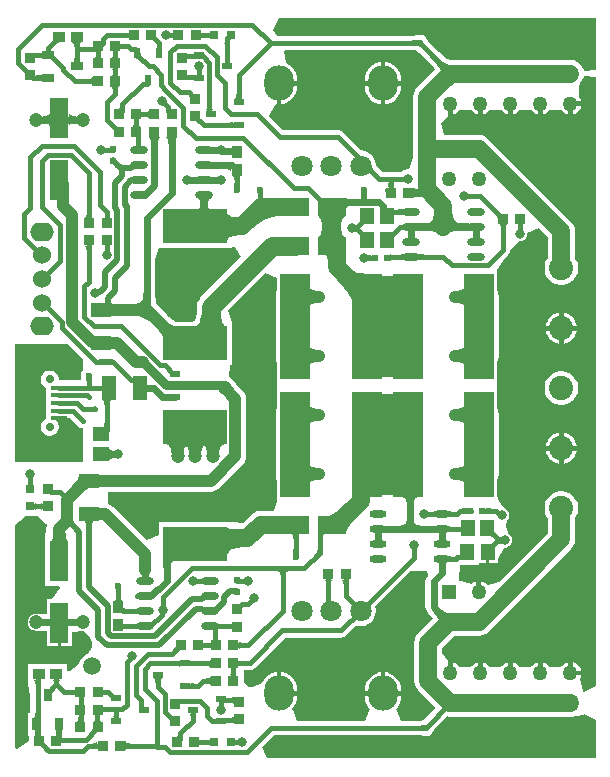
<source format=gtl>
G04*
G04 #@! TF.GenerationSoftware,Altium Limited,Altium Designer,21.2.2 (38)*
G04*
G04 Layer_Physical_Order=1*
G04 Layer_Color=255*
%FSLAX25Y25*%
%MOIN*%
G70*
G04*
G04 #@! TF.SameCoordinates,9478AF75-F406-41B2-BF1A-F2BA18401FE8*
G04*
G04*
G04 #@! TF.FilePolarity,Positive*
G04*
G01*
G75*
%ADD11C,0.02362*%
%ADD54R,0.03740X0.03543*%
%ADD55R,0.03543X0.03740*%
%ADD56R,0.02441X0.02441*%
%ADD57R,0.04724X0.05512*%
%ADD58R,0.05512X0.04724*%
%ADD59R,0.03740X0.03937*%
%ADD60R,0.03937X0.03740*%
%ADD61R,0.02441X0.02244*%
%ADD62O,0.05984X0.02362*%
%ADD63O,0.05709X0.02362*%
%ADD64R,0.09449X0.06102*%
%ADD65R,0.02362X0.03740*%
%ADD66R,0.03740X0.02362*%
%ADD67R,0.03937X0.02559*%
%ADD68R,0.02559X0.03937*%
%ADD69R,0.10039X0.15748*%
%ADD70R,0.06496X0.13583*%
%ADD71C,0.02362*%
%ADD72C,0.01968*%
%ADD73R,0.03150X0.03150*%
%ADD74R,0.04500X0.08000*%
%ADD75R,0.06693X0.04528*%
%ADD76R,0.21260X0.11417*%
%ADD77R,0.04921X0.05512*%
%ADD78R,0.05512X0.01575*%
%ADD79R,0.03150X0.03150*%
%ADD80C,0.01500*%
%ADD81C,0.01575*%
%ADD82C,0.01968*%
%ADD83C,0.03937*%
%ADD84C,0.09843*%
%ADD85C,0.05906*%
%ADD86C,0.03150*%
%ADD87C,0.06299*%
%ADD88C,0.08071*%
%ADD89C,0.06000*%
%ADD90O,0.07874X0.06299*%
%ADD91C,0.05906*%
%ADD92O,0.09843X0.11811*%
%ADD93C,0.07087*%
%ADD94C,0.05000*%
%ADD95R,0.05000X0.05000*%
%ADD96O,0.06693X0.03937*%
%ADD97C,0.02756*%
%ADD98R,0.05000X0.05000*%
%ADD99C,0.04724*%
%ADD100C,0.03150*%
G36*
X51550Y259965D02*
X51424Y260048D01*
X51277Y260088D01*
X51108Y260085D01*
X50918Y260037D01*
X50706Y259947D01*
X50472Y259812D01*
X50217Y259634D01*
X49941Y259413D01*
X49323Y258839D01*
X48111Y259855D01*
X48428Y260183D01*
X48927Y260769D01*
X49108Y261027D01*
X49243Y261262D01*
X49333Y261473D01*
X49377Y261660D01*
X49376Y261824D01*
X49329Y261965D01*
X49237Y262082D01*
X51550Y259965D01*
D02*
G37*
G36*
X108413Y261031D02*
X108280Y260982D01*
X108161Y260902D01*
X108059Y260791D01*
X107972Y260648D01*
X107902Y260474D01*
X107846Y260268D01*
X107807Y260030D01*
X107783Y259761D01*
X107776Y259461D01*
X106201D01*
X106902Y261036D01*
X108563Y261048D01*
X108413Y261031D01*
D02*
G37*
G36*
X170511Y258929D02*
X170466Y258953D01*
X170393Y258975D01*
X170293Y258994D01*
X170164Y259010D01*
X169823Y259035D01*
X168805Y259055D01*
Y260630D01*
X169101Y260631D01*
X170393Y260710D01*
X170466Y260732D01*
X170511Y260756D01*
Y258929D01*
D02*
G37*
G36*
X58315Y259949D02*
X58181Y259901D01*
X58063Y259822D01*
X57961Y259711D01*
X57874Y259568D01*
X57803Y259394D01*
X57748Y259187D01*
X57709Y258949D01*
X57685Y258680D01*
X57677Y258378D01*
X56102D01*
X56094Y258680D01*
X56071Y258949D01*
X56032Y259187D01*
X55976Y259394D01*
X55905Y259568D01*
X55819Y259711D01*
X55717Y259822D01*
X55598Y259901D01*
X55465Y259949D01*
X55315Y259965D01*
X58465D01*
X58315Y259949D01*
D02*
G37*
G36*
X123589Y259055D02*
X123279Y259044D01*
X122978Y259011D01*
X122686Y258955D01*
X122403Y258877D01*
X122130Y258777D01*
X121865Y258654D01*
X121610Y258509D01*
X121365Y258342D01*
X121128Y258153D01*
X120901Y257942D01*
X121688Y259842D01*
X123589Y259055D01*
D02*
G37*
G36*
X172450Y259910D02*
X172486Y259843D01*
X172544Y259759D01*
X172623Y259657D01*
X172847Y259398D01*
X173553Y258663D01*
X172439Y257550D01*
X172229Y257758D01*
X171259Y258616D01*
X171192Y258652D01*
X171144Y258667D01*
X172435Y259958D01*
X172450Y259910D01*
D02*
G37*
G36*
X48231Y257861D02*
X48256Y257506D01*
X48278Y257363D01*
X48305Y257241D01*
X48339Y257141D01*
X48379Y257064D01*
X48425Y257009D01*
X48477Y256975D01*
X48536Y256964D01*
X46346D01*
X46405Y256975D01*
X46457Y257009D01*
X46503Y257064D01*
X46543Y257141D01*
X46577Y257241D01*
X46604Y257363D01*
X46626Y257506D01*
X46641Y257673D01*
X46654Y258071D01*
X48228D01*
X48231Y257861D01*
D02*
G37*
G36*
X45484Y254441D02*
X45469Y254532D01*
X45421Y254614D01*
X45343Y254686D01*
X45232Y254748D01*
X45091Y254801D01*
X44918Y254844D01*
X44713Y254878D01*
X44477Y254902D01*
X44450Y254903D01*
X44300Y254890D01*
X44062Y254850D01*
X43856Y254795D01*
X43682Y254724D01*
X43539Y254638D01*
X43428Y254535D01*
X43348Y254417D01*
X43300Y254283D01*
X43283Y254134D01*
X43295Y256681D01*
X43311Y256646D01*
X43358Y256614D01*
X43437Y256587D01*
X43547Y256563D01*
X43689Y256542D01*
X44067Y256513D01*
X44301Y256508D01*
X44713Y256539D01*
X44918Y256573D01*
X45091Y256616D01*
X45232Y256669D01*
X45343Y256731D01*
X45421Y256803D01*
X45469Y256885D01*
X45484Y256976D01*
Y254441D01*
D02*
G37*
G36*
X70492Y255925D02*
X70514Y255668D01*
X70552Y255441D01*
X70604Y255245D01*
X70672Y255078D01*
X70754Y254942D01*
X70852Y254837D01*
X70964Y254761D01*
X71092Y254715D01*
X71234Y254700D01*
X68234D01*
X68377Y254715D01*
X68504Y254761D01*
X68617Y254837D01*
X68714Y254942D01*
X68797Y255078D01*
X68864Y255245D01*
X68917Y255441D01*
X68954Y255668D01*
X68977Y255925D01*
X68984Y256212D01*
X70484D01*
X70492Y255925D01*
D02*
G37*
G36*
X64919Y255986D02*
X64943Y255716D01*
X64982Y255478D01*
X65037Y255272D01*
X65108Y255097D01*
X65195Y254954D01*
X65297Y254843D01*
X65415Y254764D01*
X65549Y254716D01*
X65699Y254700D01*
X62549D01*
X62699Y254716D01*
X62833Y254764D01*
X62951Y254843D01*
X63053Y254954D01*
X63140Y255097D01*
X63211Y255272D01*
X63266Y255478D01*
X63305Y255716D01*
X63329Y255986D01*
X63337Y256287D01*
X64911D01*
X64919Y255986D01*
D02*
G37*
G36*
X78053Y256741D02*
X78010Y256603D01*
Y256444D01*
X78053Y256264D01*
X78138Y256062D01*
X78265Y255839D01*
X78435Y255595D01*
X78647Y255330D01*
X79198Y254736D01*
X78138Y253676D01*
X77830Y253973D01*
X77279Y254439D01*
X77034Y254609D01*
X76812Y254736D01*
X76610Y254821D01*
X76430Y254864D01*
X76271D01*
X76133Y254821D01*
X76016Y254736D01*
X78138Y256858D01*
X78053Y256741D01*
D02*
G37*
G36*
X49308Y256546D02*
X49264Y256401D01*
Y256234D01*
X49308Y256045D01*
X49397Y255833D01*
X49531Y255599D01*
X49709Y255343D01*
X49932Y255065D01*
X50511Y254441D01*
X49397Y253328D01*
X49075Y253639D01*
X48496Y254129D01*
X48239Y254308D01*
X48006Y254441D01*
X47794Y254530D01*
X47605Y254575D01*
X47438D01*
X47293Y254530D01*
X47170Y254441D01*
X49397Y256668D01*
X49308Y256546D01*
D02*
G37*
G36*
X57685Y254509D02*
X57709Y254240D01*
X57748Y254002D01*
X57803Y253795D01*
X57874Y253621D01*
X57961Y253478D01*
X58063Y253367D01*
X58181Y253288D01*
X58315Y253240D01*
X58465Y253224D01*
X55315D01*
X55465Y253240D01*
X55598Y253288D01*
X55717Y253367D01*
X55819Y253478D01*
X55905Y253621D01*
X55976Y253795D01*
X56032Y254002D01*
X56071Y254240D01*
X56094Y254509D01*
X56102Y254811D01*
X57677D01*
X57685Y254509D01*
D02*
G37*
G36*
X229890Y250694D02*
X225954Y250436D01*
X225907Y250788D01*
X225451Y251890D01*
X224725Y252835D01*
X223779Y253561D01*
X222678Y254017D01*
X221496Y254173D01*
X181496D01*
X181495Y254173D01*
X181397Y254182D01*
X181195Y254236D01*
X180895Y254358D01*
X180514Y254559D01*
X180063Y254842D01*
X179579Y255189D01*
X177689Y256815D01*
X176986Y257501D01*
X176944Y257528D01*
X174736Y259736D01*
X174710Y259776D01*
X174034Y260479D01*
X173901Y260634D01*
X173828Y260906D01*
X173828Y260906D01*
X173465Y261535D01*
X173465Y261535D01*
X172952Y262048D01*
X172324Y262411D01*
X171623Y262598D01*
X170897D01*
X170897Y262598D01*
X170196Y262411D01*
X170196Y262411D01*
X169995Y262295D01*
X169049Y262237D01*
X168798Y262236D01*
X168746Y262225D01*
X123851D01*
X122376Y264142D01*
X124259Y268079D01*
X229890D01*
Y250694D01*
D02*
G37*
G36*
X71141Y251190D02*
X71013Y251145D01*
X70901Y251069D01*
X70803Y250963D01*
X70721Y250827D01*
X70653Y250661D01*
X70601Y250464D01*
X70564Y250237D01*
X70543Y250000D01*
X70564Y249763D01*
X70601Y249536D01*
X70653Y249339D01*
X70721Y249173D01*
X70803Y249037D01*
X70901Y248931D01*
X71013Y248855D01*
X71141Y248810D01*
X71284Y248795D01*
X68283D01*
X68426Y248810D01*
X68554Y248855D01*
X68666Y248931D01*
X68764Y249037D01*
X68846Y249173D01*
X68914Y249339D01*
X68966Y249536D01*
X69003Y249763D01*
X69024Y250000D01*
X69003Y250237D01*
X68966Y250464D01*
X68914Y250661D01*
X68846Y250827D01*
X68764Y250963D01*
X68666Y251069D01*
X68554Y251145D01*
X68426Y251190D01*
X68283Y251205D01*
X71284D01*
X71141Y251190D01*
D02*
G37*
G36*
X43300Y249654D02*
X43348Y249520D01*
X43428Y249402D01*
X43539Y249299D01*
X43682Y249213D01*
X43856Y249142D01*
X44062Y249087D01*
X44300Y249047D01*
X44420Y249037D01*
X44713Y249059D01*
X44918Y249093D01*
X45091Y249136D01*
X45232Y249189D01*
X45343Y249251D01*
X45421Y249323D01*
X45469Y249405D01*
X45484Y249496D01*
Y246961D01*
X45469Y247052D01*
X45421Y247134D01*
X45343Y247206D01*
X45232Y247268D01*
X45091Y247321D01*
X44918Y247364D01*
X44713Y247398D01*
X44477Y247422D01*
X44359Y247426D01*
X43547Y247374D01*
X43437Y247350D01*
X43358Y247323D01*
X43311Y247291D01*
X43295Y247256D01*
X43283Y249803D01*
X43300Y249654D01*
D02*
G37*
G36*
X62217Y245472D02*
X62201Y245622D01*
X62154Y245756D01*
X62075Y245874D01*
X61965Y245976D01*
X61823Y246063D01*
X61650Y246134D01*
X61445Y246189D01*
X61209Y246228D01*
X60941Y246252D01*
X60642Y246260D01*
Y247835D01*
X60941Y247843D01*
X61209Y247866D01*
X61445Y247905D01*
X61650Y247961D01*
X61823Y248031D01*
X61965Y248118D01*
X62075Y248220D01*
X62154Y248339D01*
X62201Y248472D01*
X62217Y248622D01*
Y245472D01*
D02*
G37*
G36*
X71043Y245285D02*
X70915Y245239D01*
X70803Y245163D01*
X70705Y245058D01*
X70623Y244922D01*
X70555Y244755D01*
X70503Y244559D01*
X70465Y244332D01*
X70443Y244075D01*
X70435Y243788D01*
X68935D01*
X68928Y244075D01*
X68905Y244332D01*
X68868Y244559D01*
X68815Y244755D01*
X68748Y244922D01*
X68665Y245058D01*
X68568Y245163D01*
X68455Y245239D01*
X68328Y245285D01*
X68185Y245300D01*
X71185D01*
X71043Y245285D01*
D02*
G37*
G36*
X176603Y255631D02*
X178586Y253925D01*
X179168Y253508D01*
X179712Y253166D01*
X180217Y252901D01*
X180683Y252711D01*
X181110Y252597D01*
X181498Y252559D01*
X180891Y251952D01*
X180970Y251951D01*
X181114Y251994D01*
X181235Y252082D01*
X180128Y250975D01*
X183984Y247118D01*
X183790Y247077D01*
X183529Y246951D01*
X183200Y246743D01*
X182804Y246450D01*
X181809Y245615D01*
X179809Y243736D01*
X179008Y242943D01*
X174832Y247118D01*
X175626Y247920D01*
X178218Y250844D01*
X178201Y250885D01*
X177936Y251390D01*
X177595Y251934D01*
X177178Y252517D01*
X176116Y253799D01*
X175471Y254499D01*
X174751Y255238D01*
X175865Y256351D01*
X176603Y255631D01*
D02*
G37*
G36*
X111721Y242403D02*
X111744Y242133D01*
X111784Y241895D01*
X111839Y241689D01*
X111909Y241514D01*
X111996Y241372D01*
X112098Y241261D01*
X112216Y241181D01*
X112350Y241134D01*
X112500Y241118D01*
X109350D01*
X109500Y241134D01*
X109634Y241181D01*
X109752Y241261D01*
X109854Y241372D01*
X109941Y241514D01*
X110012Y241689D01*
X110067Y241895D01*
X110106Y242133D01*
X110130Y242403D01*
X110138Y242705D01*
X111713D01*
X111721Y242403D01*
D02*
G37*
G36*
X168773Y257450D02*
X169748Y257431D01*
X169952Y257416D01*
X170196Y257274D01*
X170420Y257214D01*
X171131Y256586D01*
X171309Y256410D01*
X171352Y256381D01*
X173574Y254158D01*
X173601Y254117D01*
X174306Y253394D01*
X174906Y252743D01*
X175905Y251536D01*
X176254Y251048D01*
X174485Y249053D01*
X170393Y244961D01*
X169667Y244016D01*
X169211Y242914D01*
X169055Y241732D01*
Y224410D01*
Y221439D01*
X167737Y217717D01*
X166908D01*
X166107Y217502D01*
X165389Y217087D01*
X165251Y216950D01*
X158810D01*
X156693Y219066D01*
Y219351D01*
X156496Y220339D01*
X156110Y221271D01*
X155550Y222109D01*
X154837Y222822D01*
X153999Y223382D01*
X153068Y223768D01*
X152079Y223965D01*
X151795D01*
X145728Y230031D01*
X145235Y230410D01*
X144997Y230508D01*
X144660Y230648D01*
X144043Y230729D01*
X125829D01*
X121102Y235455D01*
X121237Y235956D01*
X123213Y239407D01*
X123622Y239367D01*
Y246406D01*
X124409D01*
Y247193D01*
X130541D01*
Y247390D01*
X130423Y248586D01*
X130075Y249736D01*
X129508Y250796D01*
X128745Y251726D01*
X127816Y252488D01*
X126756Y253055D01*
X126140Y256975D01*
X126177Y257223D01*
X126298Y257460D01*
X168727D01*
X168773Y257450D01*
D02*
G37*
G36*
X72921Y237783D02*
X70571Y237771D01*
X70720Y237788D01*
X70854Y237836D01*
X70972Y237916D01*
X71075Y238027D01*
X71161Y238170D01*
X71232Y238345D01*
X71287Y238550D01*
X71327Y238788D01*
X71350Y239057D01*
X71358Y239358D01*
X72933D01*
X72921Y237783D01*
D02*
G37*
G36*
X101976Y238664D02*
X102000Y238394D01*
X102039Y238156D01*
X102094Y237950D01*
X102165Y237776D01*
X102252Y237633D01*
X102354Y237522D01*
X102472Y237442D01*
X102606Y237394D01*
X102756Y237378D01*
X99815Y237390D01*
X99925Y237405D01*
X100023Y237453D01*
X100110Y237531D01*
X100185Y237642D01*
X100249Y237783D01*
X100301Y237957D01*
X100342Y238161D01*
X100371Y238397D01*
X100388Y238665D01*
X100394Y238964D01*
X101969D01*
X101976Y238664D01*
D02*
G37*
G36*
X229890Y248519D02*
Y45320D01*
X225954Y43510D01*
X225571Y43839D01*
X224599Y47776D01*
X224926Y48343D01*
X225096Y48976D01*
X221496D01*
Y49764D01*
X220709D01*
Y53364D01*
X220075Y53194D01*
X219236Y52709D01*
X218550Y52024D01*
X218149Y51931D01*
X214843D01*
X214442Y52024D01*
X213756Y52709D01*
X212917Y53194D01*
X212283Y53364D01*
Y49764D01*
X210709D01*
Y53364D01*
X210075Y53194D01*
X209236Y52709D01*
X208550Y52024D01*
X208149Y51931D01*
X204843D01*
X204442Y52024D01*
X203756Y52709D01*
X202917Y53194D01*
X202283Y53364D01*
Y49764D01*
X200709D01*
Y53364D01*
X200075Y53194D01*
X199236Y52709D01*
X198550Y52024D01*
X198149Y51931D01*
X194843D01*
X194442Y52024D01*
X193756Y52709D01*
X192917Y53194D01*
X192283Y53364D01*
Y49764D01*
X190709D01*
Y53364D01*
X190075Y53194D01*
X189236Y52709D01*
X188550Y52024D01*
X188149Y51931D01*
X184843D01*
X184442Y52024D01*
X183756Y52709D01*
X182917Y53194D01*
X182283Y53364D01*
Y49764D01*
X180709D01*
Y53842D01*
X178615Y56591D01*
X178582Y56666D01*
Y57951D01*
X182836Y62205D01*
X190945D01*
X192127Y62361D01*
X193228Y62817D01*
X194174Y63543D01*
X221733Y91102D01*
X222459Y92047D01*
X222915Y93149D01*
X223071Y94331D01*
X223071Y94331D01*
Y101421D01*
X223476Y102028D01*
X223899Y103049D01*
X224114Y104132D01*
Y105238D01*
X223899Y106322D01*
X223476Y107343D01*
X222862Y108261D01*
X222080Y109043D01*
X221161Y109657D01*
X220140Y110080D01*
X219057Y110295D01*
X217951D01*
X216867Y110080D01*
X215846Y109657D01*
X214928Y109043D01*
X214146Y108261D01*
X213532Y107343D01*
X213109Y106322D01*
X212894Y105238D01*
Y104132D01*
X213109Y103049D01*
X213532Y102028D01*
X213937Y101421D01*
Y96222D01*
X197795Y80080D01*
X193891Y79032D01*
X193205Y79717D01*
X192366Y80202D01*
X191732Y80372D01*
Y76772D01*
X190157D01*
Y80372D01*
X189524Y80202D01*
X188685Y79717D01*
X188563Y79596D01*
X184900Y80337D01*
X184626Y80453D01*
X184434Y80576D01*
X184341Y80662D01*
X184687Y85698D01*
X184845Y85808D01*
X184942Y85827D01*
X191142D01*
Y86402D01*
X193398D01*
Y90158D01*
X194398D01*
Y86402D01*
X197260D01*
Y87833D01*
X199305Y91411D01*
X199305Y91411D01*
X199922Y91492D01*
X199922Y91492D01*
X200258Y91631D01*
X200258Y91631D01*
X200496Y91730D01*
X200496Y91730D01*
X200870Y92017D01*
Y92017D01*
X200990Y92108D01*
Y92109D01*
X201291Y92410D01*
Y92410D01*
X201670Y92903D01*
X201670Y92903D01*
X201908Y93478D01*
X201908Y93478D01*
X201908Y93478D01*
X201989Y94094D01*
X201989Y94095D01*
X201908Y94711D01*
X201908Y94711D01*
X201670Y95286D01*
X201670Y95286D01*
X201291Y95779D01*
Y95779D01*
X200990Y96080D01*
X200990Y96081D01*
X200543Y96424D01*
X200199Y98925D01*
X200408Y100604D01*
X200504Y100677D01*
X200504Y100678D01*
X200882Y101171D01*
X200882Y101171D01*
X201120Y101745D01*
X201120Y101746D01*
X201202Y102362D01*
X201202Y102362D01*
X201202Y102362D01*
X201120Y102979D01*
X201120Y102979D01*
X201120Y102979D01*
X200882Y103553D01*
X200882Y103553D01*
X200504Y104047D01*
X200504Y104047D01*
X200010Y104426D01*
X200010Y104426D01*
X199850Y104492D01*
X198343Y105993D01*
X197512Y107921D01*
X197127Y109405D01*
X197093Y109582D01*
X197063Y109876D01*
Y113623D01*
X197074Y113644D01*
X197445Y114868D01*
X197571Y116142D01*
Y135827D01*
X197445Y137100D01*
X197074Y138325D01*
X197063Y138345D01*
Y142701D01*
X197063Y144701D01*
X197063Y148638D01*
Y152993D01*
X197074Y153014D01*
X197445Y154238D01*
X197571Y155512D01*
Y175197D01*
X197445Y176470D01*
X197074Y177695D01*
X197063Y177715D01*
Y184071D01*
X198889Y187252D01*
X200799Y189162D01*
X201178Y189655D01*
X201276Y189893D01*
X201416Y190230D01*
X201497Y190846D01*
X201598Y191004D01*
X202107Y191563D01*
X204724Y193680D01*
X205341Y193762D01*
X205341Y193762D01*
X205341Y193762D01*
X205916Y194000D01*
X205916Y194000D01*
X205916Y194000D01*
X206409Y194378D01*
X206409Y194378D01*
X206409Y194378D01*
X206458Y194427D01*
X206837Y194921D01*
X206837Y194921D01*
X207075Y195495D01*
X207075Y195495D01*
X207156Y196112D01*
X207156Y196112D01*
X207156Y196330D01*
X211093Y197960D01*
X213937Y195116D01*
Y187949D01*
X213532Y187343D01*
X213109Y186321D01*
X212894Y185238D01*
Y184133D01*
X213109Y183049D01*
X213532Y182028D01*
X214146Y181109D01*
X214928Y180327D01*
X215846Y179713D01*
X216867Y179290D01*
X217951Y179075D01*
X219057D01*
X220140Y179290D01*
X221161Y179713D01*
X222080Y180327D01*
X222862Y181109D01*
X223476Y182028D01*
X223899Y183049D01*
X224114Y184133D01*
Y185238D01*
X223899Y186321D01*
X223476Y187343D01*
X223071Y187949D01*
Y197008D01*
X223071Y197008D01*
X222915Y198190D01*
X222459Y199291D01*
X221733Y200237D01*
X194174Y227796D01*
X193228Y228522D01*
X192127Y228978D01*
X190945Y229134D01*
X179482D01*
X178362Y233071D01*
X178547Y233405D01*
X180709Y235616D01*
Y239606D01*
X182283D01*
Y236006D01*
X182917Y236176D01*
X183756Y236661D01*
X184442Y237346D01*
X184843Y237439D01*
X188149D01*
X188550Y237346D01*
X189236Y236661D01*
X190075Y236176D01*
X190709Y236006D01*
Y239606D01*
X192283D01*
Y236006D01*
X192917Y236176D01*
X193756Y236661D01*
X194442Y237346D01*
X194843Y237439D01*
X198149D01*
X198550Y237346D01*
X199236Y236661D01*
X200075Y236176D01*
X200709Y236006D01*
Y239606D01*
X202283D01*
Y236006D01*
X202917Y236176D01*
X203756Y236661D01*
X204442Y237346D01*
X204843Y237439D01*
X208149D01*
X208550Y237346D01*
X209236Y236661D01*
X210075Y236176D01*
X210709Y236006D01*
Y239606D01*
X212283D01*
Y236006D01*
X212917Y236176D01*
X213756Y236661D01*
X214442Y237346D01*
X214843Y237439D01*
X218149D01*
X218550Y237346D01*
X219236Y236661D01*
X220075Y236176D01*
X220709Y236006D01*
Y239606D01*
X221496D01*
Y240394D01*
X225096D01*
X224926Y241027D01*
X224536Y241703D01*
X224420Y241989D01*
X224313Y242600D01*
X224436Y245234D01*
X224725Y246377D01*
X225451Y247323D01*
X225907Y248424D01*
X225954Y248777D01*
X229890Y248519D01*
D02*
G37*
G36*
X81028Y234449D02*
X81012Y234598D01*
X80964Y234732D01*
X80885Y234850D01*
X80774Y234953D01*
X80631Y235039D01*
X80457Y235110D01*
X80250Y235165D01*
X80012Y235205D01*
X79743Y235228D01*
X79441Y235236D01*
Y236811D01*
X79743Y236819D01*
X80012Y236842D01*
X80250Y236882D01*
X80457Y236937D01*
X80631Y237008D01*
X80774Y237094D01*
X80885Y237197D01*
X80964Y237315D01*
X81012Y237449D01*
X81028Y237598D01*
Y234449D01*
D02*
G37*
G36*
X54429Y236390D02*
X54500Y236189D01*
X54619Y236012D01*
X54785Y235858D01*
X54999Y235728D01*
X55260Y235622D01*
X55568Y235539D01*
X55925Y235480D01*
X56328Y235445D01*
X56779Y235433D01*
Y233071D01*
X56328Y233059D01*
X55925Y233024D01*
X55568Y232965D01*
X55260Y232882D01*
X54999Y232776D01*
X54785Y232646D01*
X54619Y232492D01*
X54500Y232315D01*
X54429Y232114D01*
X54405Y231890D01*
Y236614D01*
X54429Y236390D01*
D02*
G37*
G36*
X47957Y231890D02*
X47933Y232114D01*
X47862Y232315D01*
X47743Y232492D01*
X47577Y232646D01*
X47363Y232776D01*
X47102Y232882D01*
X46794Y232965D01*
X46438Y233024D01*
X46034Y233059D01*
X45583Y233071D01*
Y235433D01*
X46034Y235445D01*
X46438Y235480D01*
X46794Y235539D01*
X47102Y235622D01*
X47363Y235728D01*
X47577Y235858D01*
X47743Y236012D01*
X47862Y236189D01*
X47933Y236390D01*
X47957Y236614D01*
Y231890D01*
D02*
G37*
G36*
X77567Y233151D02*
X77591Y232881D01*
X77630Y232643D01*
X77685Y232437D01*
X77756Y232262D01*
X77842Y232120D01*
X77945Y232009D01*
X78063Y231929D01*
X78197Y231882D01*
X78347Y231866D01*
X75197D01*
X75346Y231882D01*
X75480Y231929D01*
X75598Y232009D01*
X75701Y232120D01*
X75787Y232262D01*
X75858Y232437D01*
X75913Y232643D01*
X75953Y232881D01*
X75976Y233151D01*
X75984Y233453D01*
X77559D01*
X77567Y233151D01*
D02*
G37*
G36*
X109067Y231311D02*
X109051Y231384D01*
X109004Y231449D01*
X108925Y231506D01*
X108815Y231556D01*
X108673Y231597D01*
X108500Y231632D01*
X108296Y231659D01*
X107791Y231689D01*
X107492Y231693D01*
Y233268D01*
X107791Y233272D01*
X108500Y233329D01*
X108673Y233363D01*
X108815Y233405D01*
X108925Y233455D01*
X109004Y233512D01*
X109051Y233577D01*
X109067Y233649D01*
Y231311D01*
D02*
G37*
G36*
X90312Y228335D02*
X90197Y228264D01*
X90096Y228146D01*
X90008Y227980D01*
X89933Y227768D01*
X89872Y227508D01*
X89825Y227201D01*
X89791Y226847D01*
X89764Y225996D01*
X87402D01*
X87395Y226445D01*
X87341Y227201D01*
X87293Y227508D01*
X87232Y227768D01*
X87158Y227980D01*
X87070Y228146D01*
X86968Y228264D01*
X86853Y228335D01*
X86725Y228359D01*
X90441D01*
X90312Y228335D01*
D02*
G37*
G36*
X84604D02*
X84488Y228264D01*
X84387Y228146D01*
X84299Y227980D01*
X84224Y227768D01*
X84163Y227508D01*
X84116Y227201D01*
X84082Y226847D01*
X84055Y225996D01*
X81693D01*
X81686Y226445D01*
X81632Y227201D01*
X81585Y227508D01*
X81524Y227768D01*
X81449Y227980D01*
X81361Y228146D01*
X81260Y228264D01*
X81145Y228335D01*
X81016Y228359D01*
X84732D01*
X84604Y228335D01*
D02*
G37*
G36*
X108378Y219476D02*
X108390Y216673D01*
X108365Y216898D01*
X108294Y217098D01*
X108174Y217276D01*
X108008Y217429D01*
X107794Y217559D01*
X107533Y217665D01*
X107225Y217748D01*
X106869Y217807D01*
X106466Y217843D01*
X106016Y217854D01*
Y220216D01*
X108378Y219476D01*
D02*
G37*
G36*
X111063Y216652D02*
X111055Y216573D01*
X111041Y216277D01*
X111035Y215575D01*
X111811D01*
X111661Y215559D01*
X111528Y215512D01*
X111409Y215432D01*
X111307Y215321D01*
X111221Y215178D01*
X111150Y215004D01*
X111094Y214798D01*
X111055Y214560D01*
X111031Y214290D01*
X111024Y213988D01*
X109449D01*
X109441Y214290D01*
X109417Y214560D01*
X109378Y214798D01*
X109323Y215004D01*
X109252Y215178D01*
X109165Y215321D01*
X109063Y215432D01*
X108945Y215512D01*
X108811Y215559D01*
X108661Y215575D01*
X109423D01*
X109400Y216685D01*
X111072D01*
X111063Y216652D01*
D02*
G37*
G36*
X162409Y212954D02*
X162433Y212684D01*
X162472Y212446D01*
X162528Y212240D01*
X162598Y212066D01*
X162685Y211923D01*
X162787Y211812D01*
X162906Y211732D01*
X163039Y211685D01*
X163189Y211669D01*
X160039D01*
X160189Y211685D01*
X160323Y211732D01*
X160441Y211812D01*
X160543Y211923D01*
X160630Y212066D01*
X160701Y212240D01*
X160756Y212446D01*
X160795Y212684D01*
X160819Y212954D01*
X160827Y213256D01*
X162402D01*
X162409Y212954D01*
D02*
G37*
G36*
X111025Y212789D02*
X111104Y211496D01*
X111125Y211424D01*
X111149Y211379D01*
X109323D01*
X109347Y211424D01*
X109368Y211496D01*
X109387Y211597D01*
X109404Y211726D01*
X109429Y212067D01*
X109449Y213085D01*
X111024D01*
X111025Y212789D01*
D02*
G37*
G36*
X169204Y211571D02*
X169275Y211473D01*
X169394Y211386D01*
X169559Y211311D01*
X169772Y211247D01*
X170031Y211195D01*
X170338Y211155D01*
X171094Y211108D01*
X171543Y211102D01*
Y208740D01*
X171094Y208734D01*
X170031Y208648D01*
X169772Y208596D01*
X169559Y208532D01*
X169394Y208457D01*
X169275Y208370D01*
X169204Y208272D01*
X169181Y208162D01*
Y211681D01*
X169204Y211571D01*
D02*
G37*
G36*
X153348Y209881D02*
X153472D01*
X153448Y209836D01*
X153427Y209764D01*
X153408Y209663D01*
X153392Y209534D01*
X153367Y209193D01*
X153364Y209062D01*
X153395Y207528D01*
X151723D01*
X151733Y207560D01*
X151741Y207639D01*
X151754Y207936D01*
X151760Y208635D01*
X151691Y209764D01*
X151670Y209836D01*
X151646Y209881D01*
X151771D01*
X151772Y209935D01*
X153347D01*
X153348Y209881D01*
D02*
G37*
G36*
X54417Y207394D02*
X54419Y207374D01*
X54422Y207315D01*
X54429Y205413D01*
X50492D01*
X50480Y207406D01*
X54417Y207394D01*
D02*
G37*
G36*
X146665Y208103D02*
X146736Y208055D01*
X146854Y208013D01*
X147020Y207976D01*
X147232Y207945D01*
X147799Y207899D01*
X149004Y207874D01*
Y205512D01*
X148553Y205500D01*
X148150Y205465D01*
X147794Y205405D01*
X147486Y205323D01*
X147225Y205217D01*
X147011Y205087D01*
X146845Y204933D01*
X146726Y204756D01*
X146654Y204555D01*
X146630Y204331D01*
X146642Y208157D01*
X146665Y208103D01*
D02*
G37*
G36*
X101543Y207984D02*
X101344Y207909D01*
X101167Y207783D01*
X101014Y207607D01*
X100885Y207381D01*
X100779Y207104D01*
X100696Y206777D01*
X100638Y206400D01*
X100613Y206107D01*
X100638Y205831D01*
X100697Y205476D01*
X100779Y205169D01*
X100886Y204909D01*
X101016Y204697D01*
X101169Y204531D01*
X101347Y204413D01*
X101547Y204342D01*
X101772Y204319D01*
X97047D01*
X97272Y204342D01*
X97473Y204413D01*
X97650Y204531D01*
X97803Y204697D01*
X97933Y204909D01*
X98039Y205169D01*
X98122Y205476D01*
X98181Y205831D01*
X98206Y206107D01*
X98181Y206400D01*
X98123Y206777D01*
X98040Y207104D01*
X97934Y207381D01*
X97805Y207607D01*
X97652Y207783D01*
X97475Y207909D01*
X97275Y207984D01*
X97052Y208009D01*
X101767D01*
X101543Y207984D01*
D02*
G37*
G36*
X165907Y202542D02*
X165833Y202586D01*
X165735Y202626D01*
X165612Y202661D01*
X165463Y202691D01*
X165290Y202717D01*
X164870Y202754D01*
X164349Y202773D01*
X164052Y202776D01*
Y204350D01*
X164349Y204353D01*
X165463Y204435D01*
X165612Y204465D01*
X165735Y204500D01*
X165833Y204540D01*
X165907Y204584D01*
Y202542D01*
D02*
G37*
G36*
X61819Y202836D02*
X61843Y202566D01*
X61882Y202328D01*
X61937Y202122D01*
X62008Y201947D01*
X62094Y201805D01*
X62197Y201694D01*
X62315Y201614D01*
X62449Y201567D01*
X62598Y201551D01*
X59449D01*
X59598Y201567D01*
X59732Y201614D01*
X59850Y201694D01*
X59953Y201805D01*
X60039Y201947D01*
X60110Y202122D01*
X60165Y202328D01*
X60205Y202566D01*
X60228Y202836D01*
X60236Y203138D01*
X61811D01*
X61819Y202836D01*
D02*
G37*
G36*
X197580Y203741D02*
X198161Y203249D01*
X198417Y203070D01*
X198651Y202935D01*
X198863Y202845D01*
X199051Y202799D01*
X199218Y202798D01*
X199362Y202841D01*
X199483Y202929D01*
X197268Y200714D01*
X197356Y200835D01*
X197399Y200979D01*
X197398Y201145D01*
X197352Y201334D01*
X197262Y201546D01*
X197127Y201780D01*
X196948Y202036D01*
X196724Y202315D01*
X196142Y202941D01*
X197256Y204054D01*
X197580Y203741D01*
D02*
G37*
G36*
X100245Y200740D02*
X100126Y200605D01*
X100015Y200444D01*
X99911Y200258D01*
X99814Y200046D01*
X99725Y199809D01*
X99642Y199545D01*
X99499Y198941D01*
X99438Y198600D01*
X99384Y198234D01*
X96069Y201549D01*
X96435Y201603D01*
X97380Y201807D01*
X97643Y201890D01*
X97881Y201980D01*
X98093Y202077D01*
X98279Y202181D01*
X98440Y202292D01*
X98574Y202410D01*
X100245Y200740D01*
D02*
G37*
G36*
X125633Y202165D02*
X124469Y202124D01*
X123339Y201998D01*
X122245Y201789D01*
X121185Y201497D01*
X120159Y201121D01*
X119169Y200662D01*
X118212Y200119D01*
X117291Y199493D01*
X116404Y198783D01*
X115551Y197989D01*
X118504Y205118D01*
X125633Y202165D01*
D02*
G37*
G36*
X200539Y199418D02*
X200406Y199370D01*
X200287Y199291D01*
X200185Y199180D01*
X200098Y199037D01*
X200027Y198862D01*
X199972Y198656D01*
X199933Y198418D01*
X199909Y198148D01*
X199902Y197847D01*
X198327D01*
X198319Y198148D01*
X198295Y198418D01*
X198256Y198656D01*
X198201Y198862D01*
X198130Y199037D01*
X198043Y199180D01*
X197941Y199291D01*
X197823Y199370D01*
X197689Y199418D01*
X197539Y199433D01*
X200689D01*
X200539Y199418D01*
D02*
G37*
G36*
X182110Y204416D02*
X182181Y203435D01*
X182299Y202570D01*
X182465Y201820D01*
X182677Y201186D01*
X182937Y200667D01*
X183244Y200263D01*
X183598Y199975D01*
X183695Y199933D01*
X184800Y199826D01*
X186670Y199753D01*
X187746Y199744D01*
Y197382D01*
X186670Y197373D01*
X183306Y197155D01*
X182701Y197055D01*
X182190Y196937D01*
X181772Y196801D01*
X181449Y196646D01*
X181220Y196474D01*
Y198309D01*
X179134Y197382D01*
X177047Y198309D01*
Y196474D01*
X176818Y196646D01*
X176495Y196801D01*
X176078Y196937D01*
X175567Y197055D01*
X174961Y197155D01*
X173468Y197300D01*
X171598Y197373D01*
X170522Y197382D01*
Y199744D01*
X171598Y199753D01*
X174608Y199948D01*
X174669Y199975D01*
X175024Y200263D01*
X175331Y200667D01*
X175591Y201186D01*
X175803Y201820D01*
X175969Y202570D01*
X176157Y204416D01*
X176181Y205512D01*
X182087D01*
X182110Y204416D01*
D02*
G37*
G36*
X146307Y202020D02*
X146008Y201843D01*
X145744Y201547D01*
X145515Y201134D01*
X145322Y200603D01*
X145163Y199953D01*
X145040Y199185D01*
X144992Y198703D01*
X145040Y198059D01*
X145163Y197291D01*
X145322Y196642D01*
X145515Y196110D01*
X145744Y195697D01*
X146008Y195401D01*
X146307Y195224D01*
X146642Y195165D01*
X137217D01*
X137551Y195224D01*
X137850Y195401D01*
X138114Y195697D01*
X138343Y196110D01*
X138537Y196642D01*
X138695Y197291D01*
X138818Y198059D01*
X138866Y198542D01*
X138818Y199185D01*
X138695Y199953D01*
X138537Y200603D01*
X138343Y201134D01*
X138114Y201547D01*
X137850Y201843D01*
X137551Y202020D01*
X137217Y202079D01*
X146642D01*
X146307Y202020D01*
D02*
G37*
G36*
X107112Y203179D02*
X107260Y202842D01*
X107508Y202545D01*
X107854Y202288D01*
X108299Y202070D01*
X108843Y201892D01*
X109486Y201753D01*
X110228Y201654D01*
X111068Y201595D01*
X112008Y201575D01*
Y195669D01*
X111068Y195650D01*
X109486Y195491D01*
X108843Y195352D01*
X108299Y195174D01*
X107854Y194956D01*
X107508Y194699D01*
X107260Y194402D01*
X107112Y194065D01*
X107063Y193689D01*
Y203555D01*
X107112Y203179D01*
D02*
G37*
G36*
X62449Y192122D02*
X62315Y192075D01*
X62197Y191996D01*
X62094Y191886D01*
X62008Y191744D01*
X61937Y191571D01*
X61882Y191366D01*
X61843Y191130D01*
X61819Y190862D01*
X61811Y190563D01*
X60236D01*
X60228Y190862D01*
X60205Y191130D01*
X60165Y191366D01*
X60110Y191571D01*
X60039Y191744D01*
X59953Y191886D01*
X59850Y191996D01*
X59732Y192075D01*
X59598Y192122D01*
X59449Y192138D01*
X62598D01*
X62449Y192122D01*
D02*
G37*
G36*
X170779Y189542D02*
X170875Y189504D01*
X170996Y189470D01*
X171143Y189441D01*
X171315Y189416D01*
X171735Y189380D01*
X172555Y189360D01*
X172570Y187785D01*
X172273Y187783D01*
X171332Y187724D01*
X171158Y187698D01*
X171009Y187666D01*
X170884Y187629D01*
X170783Y187588D01*
X170708Y187542D01*
Y189584D01*
X170779Y189542D01*
D02*
G37*
G36*
X166191Y187424D02*
X166084Y187462D01*
X165957Y187496D01*
X165810Y187527D01*
X165456Y187575D01*
X165023Y187607D01*
X164223Y187625D01*
X163936Y189200D01*
X164220Y189204D01*
X164957Y189261D01*
X165163Y189296D01*
X165351Y189338D01*
X165519Y189388D01*
X165667Y189446D01*
X165797Y189511D01*
X165907Y189584D01*
X166191Y187424D01*
D02*
G37*
G36*
X161500Y189360D02*
X161547Y189326D01*
X161626Y189297D01*
X161736Y189271D01*
X161878Y189249D01*
X162256Y189217D01*
X163059Y189200D01*
Y187625D01*
X162760Y187619D01*
X162256Y187567D01*
X162051Y187522D01*
X161878Y187464D01*
X161736Y187393D01*
X161626Y187309D01*
X161547Y187213D01*
X161500Y187103D01*
X161484Y186980D01*
Y189398D01*
X161500Y189360D01*
D02*
G37*
G36*
X155051Y186980D02*
X155036Y187060D01*
X154988Y187132D01*
X154910Y187195D01*
X154799Y187250D01*
X154658Y187296D01*
X154484Y187334D01*
X154280Y187364D01*
X154043Y187385D01*
X153477Y187402D01*
Y188976D01*
X153776Y188981D01*
X154280Y189014D01*
X154484Y189044D01*
X154658Y189082D01*
X154799Y189128D01*
X154910Y189183D01*
X154988Y189246D01*
X155036Y189318D01*
X155051Y189398D01*
Y186980D01*
D02*
G37*
G36*
X133299Y178759D02*
X134330Y178129D01*
X134838Y177874D01*
X135342Y177657D01*
X135842Y177480D01*
X136337Y177342D01*
X136828Y177244D01*
X137314Y177185D01*
X137795Y177165D01*
Y173228D01*
X137314Y173209D01*
X136828Y173150D01*
X136337Y173051D01*
X135842Y172914D01*
X135342Y172736D01*
X134838Y172520D01*
X134330Y172264D01*
X133817Y171969D01*
X132777Y171261D01*
Y179133D01*
X133299Y178759D01*
D02*
G37*
G36*
X188089Y171261D02*
X187567Y171635D01*
X186537Y172264D01*
X186028Y172520D01*
X185524Y172736D01*
X185024Y172914D01*
X184529Y173051D01*
X184039Y173150D01*
X183553Y173209D01*
X183071Y173228D01*
Y177165D01*
X183553Y177185D01*
X184039Y177244D01*
X184529Y177342D01*
X185024Y177480D01*
X185524Y177657D01*
X186028Y177874D01*
X186537Y178129D01*
X187050Y178425D01*
X188089Y179133D01*
Y171261D01*
D02*
G37*
G36*
X68335Y173064D02*
X68453Y173016D01*
X68649Y172974D01*
X68925Y172937D01*
X69712Y172880D01*
X72232Y172835D01*
Y168898D01*
X71484Y168895D01*
X68453Y168716D01*
X68335Y168668D01*
X68295Y168614D01*
Y173118D01*
X68335Y173064D01*
D02*
G37*
G36*
X109750Y191751D02*
X111551Y188343D01*
X98501Y175293D01*
X97910Y174574D01*
X97471Y173753D01*
X97201Y172862D01*
X97110Y171936D01*
Y171717D01*
X97103Y171684D01*
X97072Y170537D01*
X96988Y169577D01*
X96853Y168771D01*
X96680Y168125D01*
X96483Y167644D01*
X96288Y167325D01*
X96116Y167140D01*
X95968Y167042D01*
X95800Y166982D01*
X95390Y166939D01*
X95358Y166929D01*
X91501D01*
X91407Y166948D01*
X91312Y166929D01*
X89778D01*
X89592Y167035D01*
X89073Y167397D01*
X87723Y168538D01*
X86954Y169281D01*
X86954Y169281D01*
X83280Y172956D01*
X83100Y176460D01*
X83095Y176480D01*
Y187881D01*
X84252Y191339D01*
X108661D01*
Y191619D01*
X108973Y191771D01*
X109750Y191751D01*
D02*
G37*
G36*
X81708Y172257D02*
X79936D01*
X80315Y170866D01*
X82284Y166114D01*
X81715Y166643D01*
X81124Y167116D01*
X80509Y167534D01*
X79872Y167895D01*
X79211Y168202D01*
X78528Y168452D01*
X77821Y168647D01*
X77091Y168786D01*
X76338Y168870D01*
X75563Y168898D01*
X75197Y172835D01*
X75945Y172858D01*
X76614Y172929D01*
X77205Y173047D01*
X77716Y173213D01*
X78150Y173425D01*
X78504Y173685D01*
X78780Y173992D01*
X78976Y174346D01*
X79094Y174748D01*
X79108Y174898D01*
X79134Y176378D01*
X81496D01*
X81708Y172257D01*
D02*
G37*
G36*
X105028Y170445D02*
X105193Y168429D01*
X105338Y167610D01*
X105524Y166917D01*
X105751Y166350D01*
X106020Y165909D01*
X106330Y165594D01*
X106682Y165405D01*
X107075Y165342D01*
X95558D01*
X96157Y165405D01*
X96692Y165594D01*
X97164Y165909D01*
X97574Y166350D01*
X97920Y166917D01*
X98204Y167610D01*
X98424Y168429D01*
X98582Y169374D01*
X98676Y170445D01*
X98708Y171642D01*
X105007D01*
X105028Y170445D01*
D02*
G37*
G36*
X86646Y167347D02*
X88094Y166122D01*
X88734Y165676D01*
X89319Y165342D01*
X89848Y165120D01*
X90321Y165008D01*
X90738D01*
X91100Y165120D01*
X91407Y165342D01*
X85839Y159775D01*
X86062Y160081D01*
X86173Y160443D01*
Y160860D01*
X86062Y161334D01*
X85839Y161863D01*
X85505Y162447D01*
X85059Y163087D01*
X84503Y163783D01*
X83055Y165342D01*
X85839Y168126D01*
X86646Y167347D01*
D02*
G37*
G36*
X68305Y161980D02*
X68371Y161945D01*
X68480Y161913D01*
X68633Y161886D01*
X68830Y161863D01*
X69356Y161830D01*
X70473Y161811D01*
Y157874D01*
X70056Y157872D01*
X68480Y157772D01*
X68371Y157740D01*
X68305Y157705D01*
X68283Y157665D01*
Y162020D01*
X68305Y161980D01*
D02*
G37*
G36*
X67055Y153543D02*
X67809Y154331D01*
X68898Y154331D01*
Y152756D01*
X67809Y152756D01*
X67055Y153543D01*
X66180Y152630D01*
X66135Y152654D01*
X66063Y152675D01*
X64771Y152755D01*
X64474Y152756D01*
Y154331D01*
X65492Y154351D01*
X65833Y154376D01*
X65962Y154392D01*
X66063Y154411D01*
X66135Y154432D01*
X66180Y154456D01*
X67055Y153543D01*
D02*
G37*
G36*
X133299Y159074D02*
X134330Y158444D01*
X134838Y158189D01*
X135342Y157972D01*
X135842Y157795D01*
X136337Y157657D01*
X136828Y157559D01*
X137314Y157500D01*
X137795Y157480D01*
Y153543D01*
X137314Y153524D01*
X136828Y153465D01*
X136337Y153366D01*
X135842Y153228D01*
X135342Y153051D01*
X134838Y152835D01*
X134330Y152579D01*
X133817Y152284D01*
X132777Y151576D01*
Y159448D01*
X133299Y159074D01*
D02*
G37*
G36*
X188089Y151576D02*
X187567Y151950D01*
X186537Y152579D01*
X186028Y152835D01*
X185524Y153051D01*
X185024Y153228D01*
X184529Y153366D01*
X184039Y153465D01*
X183553Y153524D01*
X183071Y153543D01*
Y157480D01*
X183553Y157500D01*
X184039Y157559D01*
X184529Y157657D01*
X185024Y157795D01*
X185524Y157972D01*
X186028Y158189D01*
X186537Y158444D01*
X187050Y158740D01*
X188089Y159448D01*
Y151576D01*
D02*
G37*
G36*
X146642Y189087D02*
X146644Y189047D01*
X146652Y187152D01*
X146653Y186389D01*
X147126Y185930D01*
X149466Y183924D01*
X150468Y183214D01*
X151358Y182700D01*
X152137Y182381D01*
X152803Y182257D01*
X153358Y182329D01*
X153801Y182596D01*
X154131Y183059D01*
X149303Y173216D01*
X156693D01*
Y182283D01*
X163779D01*
Y173216D01*
X172146D01*
X172197Y167335D01*
X172232D01*
X172216Y167236D01*
X172201Y166941D01*
X172201Y166927D01*
X172232Y163374D01*
X172180D01*
X172146Y157492D01*
X163779D01*
Y148425D01*
X156693D01*
Y157492D01*
X148721D01*
X148669Y163374D01*
X148634D01*
X148651Y163472D01*
X148665Y163768D01*
X148665Y163782D01*
X148634Y167335D01*
X148686D01*
X148713Y172015D01*
X148634Y171853D01*
X148714Y172116D01*
X148721Y173216D01*
X148812D01*
X148647Y173969D01*
X148292Y174868D01*
X147755Y175864D01*
X147039Y176956D01*
X146142Y178145D01*
X143808Y180813D01*
X142370Y182292D01*
X144342Y185138D01*
X140748D01*
X140738Y185890D01*
X140589Y187672D01*
X140499Y188108D01*
X140389Y188464D01*
X140260Y188742D01*
X140110Y188940D01*
X139941Y189059D01*
X139752Y189099D01*
X146642Y189087D01*
D02*
G37*
G36*
X54111Y159449D02*
X59055Y154505D01*
X59055Y150551D01*
X58818Y150314D01*
X58455Y149686D01*
X58268Y148985D01*
Y148259D01*
X58455Y147558D01*
X58571Y147357D01*
X58576Y147290D01*
X51181D01*
X50948Y147244D01*
X50885D01*
X50886Y147249D01*
Y148027D01*
X50685Y148777D01*
X50296Y149451D01*
X49746Y150001D01*
X49073Y150389D01*
X48322Y150591D01*
X47545D01*
X46793Y150389D01*
X46120Y150001D01*
X45570Y149451D01*
X45182Y148777D01*
X44980Y148027D01*
Y147249D01*
X45182Y146498D01*
X45570Y145825D01*
X46120Y145275D01*
X46793Y144886D01*
X46850Y144871D01*
Y142520D01*
Y139961D01*
Y137402D01*
Y134843D01*
X47544D01*
X46793Y134641D01*
X46120Y134253D01*
X45570Y133703D01*
X45182Y133029D01*
X44980Y132279D01*
Y131501D01*
X45182Y130750D01*
X45570Y130077D01*
X46120Y129527D01*
X46793Y129138D01*
X47545Y128937D01*
X48322D01*
X49073Y129138D01*
X49746Y129527D01*
X50296Y130077D01*
X50685Y130750D01*
X50886Y131501D01*
Y132279D01*
X50685Y133029D01*
X50296Y133703D01*
X49746Y134253D01*
X49073Y134641D01*
X48322Y134843D01*
X50948D01*
X51181Y134796D01*
X54693D01*
X56623Y132866D01*
X56914Y132362D01*
X57390Y131886D01*
X57973Y131549D01*
X58624Y131375D01*
X59055D01*
X59055Y120079D01*
X36220Y120079D01*
X36220Y159449D01*
X54111Y159449D01*
D02*
G37*
G36*
X61913Y147828D02*
X61892Y147756D01*
X61873Y147655D01*
X61856Y147526D01*
X61831Y147185D01*
X61811Y146167D01*
X60236D01*
X60235Y146464D01*
X60156Y147756D01*
X60134Y147828D01*
X60110Y147873D01*
X61937D01*
X61913Y147828D01*
D02*
G37*
G36*
X68354Y140693D02*
X68221Y140646D01*
X68102Y140566D01*
X68000Y140455D01*
X67913Y140312D01*
X67843Y140138D01*
X67787Y139931D01*
X67748Y139693D01*
X67724Y139424D01*
X67716Y139122D01*
X66142D01*
X66134Y139424D01*
X66110Y139693D01*
X66071Y139931D01*
X66016Y140138D01*
X65945Y140312D01*
X65858Y140455D01*
X65756Y140566D01*
X65638Y140646D01*
X65504Y140693D01*
X65354Y140709D01*
X68504D01*
X68354Y140693D01*
D02*
G37*
G36*
X188089Y131891D02*
X187567Y132264D01*
X186537Y132894D01*
X186028Y133150D01*
X185524Y133366D01*
X185024Y133544D01*
X184529Y133681D01*
X184039Y133780D01*
X183553Y133839D01*
X183071Y133858D01*
Y137795D01*
X183553Y137815D01*
X184039Y137874D01*
X184529Y137972D01*
X185024Y138110D01*
X185524Y138287D01*
X186028Y138504D01*
X186537Y138759D01*
X187050Y139055D01*
X188089Y139763D01*
Y131891D01*
D02*
G37*
G36*
X133299Y139389D02*
X134330Y138759D01*
X134838Y138504D01*
X135342Y138287D01*
X135842Y138110D01*
X136337Y137972D01*
X136828Y137874D01*
X137314Y137815D01*
X137795Y137795D01*
Y133858D01*
X137314Y133839D01*
X136828Y133780D01*
X136337Y133681D01*
X135842Y133544D01*
X135342Y133366D01*
X134838Y133150D01*
X134330Y132894D01*
X133817Y132599D01*
X132777Y131891D01*
Y139763D01*
X133299Y139389D01*
D02*
G37*
G36*
X67704Y131681D02*
X65354Y131669D01*
X65504Y131685D01*
X65638Y131734D01*
X65756Y131813D01*
X65858Y131925D01*
X65945Y132068D01*
X66016Y132242D01*
X66071Y132448D01*
X66110Y132686D01*
X66134Y132955D01*
X66142Y133256D01*
X67716D01*
X67704Y131681D01*
D02*
G37*
G36*
X105925Y125957D02*
X105591Y125839D01*
X105295Y125642D01*
X105039Y125366D01*
X104823Y125012D01*
X104646Y124579D01*
X104508Y124067D01*
X104410Y123477D01*
X104350Y122807D01*
X104331Y122059D01*
X100394D01*
X100374Y122807D01*
X100315Y123477D01*
X100216Y124067D01*
X100079Y124579D01*
X99902Y125012D01*
X99685Y125366D01*
X99429Y125642D01*
X99410Y125655D01*
X99390Y125642D01*
X99134Y125366D01*
X98917Y125012D01*
X98740Y124579D01*
X98602Y124067D01*
X98504Y123477D01*
X98445Y122807D01*
X98425Y122059D01*
X94488D01*
X94468Y122807D01*
X94409Y123477D01*
X94311Y124067D01*
X94173Y124579D01*
X93996Y125012D01*
X93779Y125366D01*
X93524Y125642D01*
X93504Y125655D01*
X93484Y125642D01*
X93228Y125366D01*
X93012Y125012D01*
X92835Y124579D01*
X92697Y124067D01*
X92598Y123477D01*
X92539Y122807D01*
X92520Y122059D01*
X88583D01*
X88563Y122807D01*
X88504Y123477D01*
X88406Y124067D01*
X88268Y124579D01*
X88090Y125012D01*
X87874Y125366D01*
X87618Y125642D01*
X87323Y125839D01*
X86988Y125957D01*
X86614Y125996D01*
X106299D01*
X105925Y125957D01*
D02*
G37*
G36*
X67728Y124766D02*
X67799Y124567D01*
X67917Y124392D01*
X68082Y124240D01*
X68295Y124111D01*
X68555Y124006D01*
X68862Y123924D01*
X69216Y123866D01*
X69618Y123831D01*
X70067Y123819D01*
Y121457D01*
X69618Y121445D01*
X69216Y121410D01*
X68862Y121352D01*
X68555Y121270D01*
X68295Y121164D01*
X68082Y121036D01*
X67917Y120884D01*
X67799Y120709D01*
X67728Y120510D01*
X67704Y120288D01*
Y124988D01*
X67728Y124766D01*
D02*
G37*
G36*
X188089Y112206D02*
X187567Y112580D01*
X186537Y113209D01*
X186028Y113465D01*
X185524Y113681D01*
X185024Y113858D01*
X184529Y113996D01*
X184039Y114094D01*
X183553Y114154D01*
X183071Y114173D01*
Y118110D01*
X183553Y118130D01*
X184039Y118189D01*
X184529Y118287D01*
X185024Y118425D01*
X185524Y118602D01*
X186028Y118819D01*
X186537Y119074D01*
X187050Y119369D01*
X188089Y120078D01*
Y112206D01*
D02*
G37*
G36*
X133299Y119704D02*
X134330Y119074D01*
X134838Y118819D01*
X135342Y118602D01*
X135842Y118425D01*
X136337Y118287D01*
X136828Y118189D01*
X137314Y118130D01*
X137795Y118110D01*
Y114173D01*
X137314Y114154D01*
X136828Y114094D01*
X136337Y113996D01*
X135842Y113858D01*
X135342Y113681D01*
X134838Y113465D01*
X134330Y113209D01*
X133817Y112914D01*
X132777Y112206D01*
Y120078D01*
X133299Y119704D01*
D02*
G37*
G36*
X63257Y111540D02*
X62925Y111735D01*
X62543Y111824D01*
X62112Y111808D01*
X61630Y111687D01*
X61098Y111460D01*
X60516Y111127D01*
X59884Y110690D01*
X59203Y110146D01*
X58471Y109498D01*
X57689Y108744D01*
X54905Y111528D01*
X55434Y112074D01*
X56325Y113102D01*
X56687Y113585D01*
X56993Y114046D01*
X57244Y114485D01*
X57439Y114904D01*
X57578Y115301D01*
X57661Y115677D01*
X57689Y116031D01*
X63257Y111540D01*
D02*
G37*
G36*
X64397Y115978D02*
X64516Y115929D01*
X64712Y115887D01*
X64988Y115850D01*
X65775Y115793D01*
X68295Y115748D01*
Y111811D01*
X67547Y111808D01*
X64516Y111630D01*
X64397Y111582D01*
X64358Y111528D01*
Y116031D01*
X64397Y115978D01*
D02*
G37*
G36*
X163779Y133846D02*
X172146D01*
X172197Y127965D01*
X172232D01*
X172216Y127866D01*
X172201Y127571D01*
X172201Y127557D01*
X172232Y124004D01*
X172180D01*
X172146Y118122D01*
X163779D01*
Y109055D01*
X156693D01*
Y118122D01*
X148721D01*
X148669Y124004D01*
X148634D01*
X148651Y124102D01*
X148665Y124397D01*
X148665Y124412D01*
X148634Y127965D01*
X148686D01*
X148721Y133846D01*
X156693D01*
Y142913D01*
X163779D01*
Y133846D01*
D02*
G37*
G36*
X45496Y103740D02*
X45481Y103890D01*
X45433Y104024D01*
X45354Y104142D01*
X45243Y104244D01*
X45100Y104331D01*
X44925Y104402D01*
X44719Y104457D01*
X44481Y104496D01*
X44211Y104520D01*
X44192Y104520D01*
X44177Y104520D01*
X43909Y104497D01*
X43673Y104458D01*
X43468Y104403D01*
X43295Y104334D01*
X43153Y104248D01*
X43043Y104148D01*
X42964Y104031D01*
X42917Y103900D01*
X42901Y103752D01*
Y106878D01*
X42917Y106730D01*
X42964Y106599D01*
X43043Y106482D01*
X43153Y106381D01*
X43295Y106296D01*
X43468Y106226D01*
X43673Y106172D01*
X43909Y106133D01*
X44177Y106110D01*
X44192Y106110D01*
X44211Y106110D01*
X44481Y106134D01*
X44719Y106173D01*
X44925Y106228D01*
X45100Y106299D01*
X45243Y106386D01*
X45354Y106488D01*
X45433Y106606D01*
X45481Y106740D01*
X45496Y106890D01*
Y103740D01*
D02*
G37*
G36*
X170248Y108268D02*
X170047Y108197D01*
X169870Y108078D01*
X169717Y107912D01*
X169587Y107698D01*
X169480Y107437D01*
X169398Y107128D01*
X169339Y106772D01*
X169303Y106369D01*
X169291Y105918D01*
X166929D01*
X166917Y106369D01*
X166882Y106772D01*
X166823Y107128D01*
X166740Y107437D01*
X166634Y107698D01*
X166504Y107912D01*
X166350Y108078D01*
X166173Y108197D01*
X165972Y108268D01*
X165748Y108292D01*
X170473D01*
X170248Y108268D01*
D02*
G37*
G36*
X123803Y181600D02*
Y177715D01*
X123792Y177695D01*
X123421Y176470D01*
X123295Y175197D01*
Y155512D01*
X123421Y154238D01*
X123792Y153014D01*
X123803Y152993D01*
Y148638D01*
X123803Y146638D01*
X123803Y142701D01*
Y138345D01*
X123792Y138325D01*
X123421Y137100D01*
X123295Y135827D01*
Y116142D01*
X123421Y114868D01*
X123792Y113644D01*
X123803Y113623D01*
Y107738D01*
X123800Y107583D01*
X123754Y107124D01*
X122616Y103823D01*
X119656Y103779D01*
X118356D01*
X118356Y103779D01*
X117174Y103624D01*
X116073Y103167D01*
X115127Y102442D01*
X112598Y99913D01*
X108661Y100000D01*
X107093Y100019D01*
X107092Y100019D01*
X107077Y100019D01*
X106981Y100000D01*
X84252D01*
Y95661D01*
X80315Y94031D01*
X69063Y105283D01*
X68322Y105851D01*
X67460Y106208D01*
X67236Y106238D01*
X67378Y110190D01*
X67597Y110203D01*
X68301Y110205D01*
X68303Y110206D01*
X101633D01*
X102558Y110327D01*
X103420Y110685D01*
X104160Y111252D01*
X112370Y119462D01*
X112938Y120202D01*
X113295Y121064D01*
X113416Y121989D01*
Y141142D01*
X113416Y141142D01*
X113295Y142067D01*
X112938Y142929D01*
X112370Y143669D01*
X110017Y146021D01*
X109968Y146205D01*
X109450Y147102D01*
X108717Y147835D01*
X107819Y148354D01*
X107552Y148425D01*
X108071Y152362D01*
X108661D01*
Y165248D01*
X108680Y165342D01*
X108661Y166929D01*
X107501Y170866D01*
X119866Y183231D01*
X123803Y181600D01*
D02*
G37*
G36*
X193390Y105066D02*
X193437Y104994D01*
X193516Y104931D01*
X193626Y104876D01*
X193767Y104830D01*
X193941Y104792D01*
X194146Y104762D01*
X194382Y104741D01*
X194949Y104724D01*
Y103150D01*
X194649Y103145D01*
X194146Y103112D01*
X193941Y103082D01*
X193767Y103044D01*
X193626Y102998D01*
X193516Y102943D01*
X193437Y102880D01*
X193390Y102808D01*
X193374Y102728D01*
Y105146D01*
X193390Y105066D01*
D02*
G37*
G36*
X186941Y102728D02*
X186925Y102808D01*
X186878Y102880D01*
X186799Y102943D01*
X186689Y102998D01*
X186547Y103044D01*
X186374Y103082D01*
X186170Y103112D01*
X185933Y103133D01*
X185366Y103150D01*
Y104724D01*
X185666Y104729D01*
X186170Y104762D01*
X186374Y104792D01*
X186547Y104830D01*
X186689Y104876D01*
X186799Y104931D01*
X186878Y104994D01*
X186925Y105066D01*
X186941Y105146D01*
Y102728D01*
D02*
G37*
G36*
X150817Y102252D02*
X150024Y101439D01*
X148145Y99275D01*
X147686Y98644D01*
X147310Y98059D01*
X147017Y97519D01*
X146809Y97025D01*
X146683Y96577D01*
X146642Y96173D01*
X138290Y102252D01*
X138808Y101977D01*
X139397Y101856D01*
X140057Y101889D01*
X140786Y102076D01*
X141586Y102416D01*
X142457Y102911D01*
X143397Y103559D01*
X144408Y104361D01*
X145490Y105318D01*
X146642Y106428D01*
X150817Y102252D01*
D02*
G37*
G36*
X181175Y103752D02*
X181273Y103713D01*
X181396Y103678D01*
X181544Y103647D01*
X181717Y103621D01*
X182138Y103584D01*
X182659Y103565D01*
X182956Y103563D01*
Y101988D01*
X182659Y101986D01*
X181544Y101904D01*
X181396Y101874D01*
X181273Y101839D01*
X181175Y101799D01*
X181101Y101754D01*
Y103797D01*
X181175Y103752D01*
D02*
G37*
G36*
X64368Y104894D02*
X64434Y104858D01*
X64543Y104827D01*
X64696Y104800D01*
X64893Y104777D01*
X65419Y104743D01*
X66535Y104724D01*
Y100787D01*
X66119Y100785D01*
X64543Y100685D01*
X64434Y100654D01*
X64368Y100618D01*
X64346Y100578D01*
Y104933D01*
X64368Y104894D01*
D02*
G37*
G36*
X62805Y100496D02*
X62638Y100437D01*
X62490Y100338D01*
X62362Y100199D01*
X62254Y100021D01*
X62165Y99803D01*
X62097Y99546D01*
X62047Y99249D01*
X62018Y98912D01*
X62008Y98536D01*
X60039D01*
X60030Y98912D01*
X60000Y99249D01*
X59951Y99546D01*
X59882Y99803D01*
X59793Y100021D01*
X59685Y100199D01*
X59557Y100338D01*
X59409Y100437D01*
X59242Y100496D01*
X59055Y100516D01*
X62992D01*
X62805Y100496D01*
D02*
G37*
G36*
X169315Y100870D02*
X169386Y100469D01*
X169504Y100114D01*
X169669Y99807D01*
X169882Y99547D01*
X170142Y99335D01*
X170449Y99169D01*
X170803Y99051D01*
X171205Y98980D01*
X171653Y98957D01*
X168110Y96595D01*
X164567Y98957D01*
X165016Y98980D01*
X165417Y99051D01*
X165772Y99169D01*
X166079Y99335D01*
X166339Y99547D01*
X166551Y99807D01*
X166717Y100114D01*
X166835Y100469D01*
X166905Y100870D01*
X166929Y101319D01*
X169291D01*
X169315Y100870D01*
D02*
G37*
G36*
X125012Y96173D02*
X124953Y96190D01*
X124776Y96205D01*
X123536Y96238D01*
X119106Y96260D01*
Y102165D01*
X125012Y102252D01*
Y96173D01*
D02*
G37*
G36*
X139575Y96169D02*
X139441Y96121D01*
X139323Y96041D01*
X139220Y95930D01*
X139134Y95787D01*
X139063Y95612D01*
X139008Y95406D01*
X138969Y95169D01*
X138945Y94899D01*
X138937Y94599D01*
X137362D01*
X137361Y94898D01*
X137291Y96032D01*
X137269Y96110D01*
X137244Y96158D01*
X137217Y96173D01*
X139725Y96185D01*
X139575Y96169D01*
D02*
G37*
G36*
X131346Y96170D02*
X131213Y96122D01*
X131095Y96043D01*
X130992Y95932D01*
X130905Y95789D01*
X130835Y95614D01*
X130780Y95408D01*
X130740Y95170D01*
X130717Y94900D01*
X130709Y94599D01*
X129134D01*
X129126Y94900D01*
X129102Y95170D01*
X129063Y95408D01*
X129008Y95614D01*
X128937Y95789D01*
X128850Y95932D01*
X128748Y96043D01*
X128630Y96122D01*
X128496Y96170D01*
X128347Y96185D01*
X131496D01*
X131346Y96170D01*
D02*
G37*
G36*
X53162Y96976D02*
X53264Y95716D01*
X53352Y95205D01*
X53466Y94771D01*
X53606Y94417D01*
X53771Y94142D01*
X53961Y93945D01*
X54176Y93827D01*
X54417Y93787D01*
X47945D01*
X48186Y93827D01*
X48401Y93945D01*
X48592Y94142D01*
X48756Y94417D01*
X48896Y94771D01*
X49010Y95205D01*
X49099Y95716D01*
X49162Y96307D01*
X49213Y97724D01*
X53150D01*
X53162Y96976D01*
D02*
G37*
G36*
X138938Y92080D02*
X139017Y90788D01*
X139039Y90715D01*
X139063Y90671D01*
X137236D01*
X137260Y90715D01*
X137282Y90788D01*
X137301Y90888D01*
X137317Y91017D01*
X137342Y91358D01*
X137362Y92376D01*
X138937D01*
X138938Y92080D01*
D02*
G37*
G36*
X130710Y90741D02*
X130789Y89449D01*
X130810Y89376D01*
X130834Y89332D01*
X129008D01*
X129032Y89376D01*
X129053Y89449D01*
X129072Y89550D01*
X129089Y89678D01*
X129114Y90020D01*
X129134Y91038D01*
X130709D01*
X130710Y90741D01*
D02*
G37*
G36*
X107134Y98266D02*
X107311Y98134D01*
X107606Y98018D01*
X108019Y97917D01*
X108551Y97832D01*
X109968Y97708D01*
X111858Y97646D01*
X112980Y97638D01*
Y91732D01*
X111856Y91703D01*
X110851Y91614D01*
X109964Y91466D01*
X109195Y91260D01*
X108544Y90994D01*
X108011Y90669D01*
X107597Y90285D01*
X107300Y89842D01*
X107123Y89341D01*
X107063Y88779D01*
X107075Y98413D01*
X107134Y98266D01*
D02*
G37*
G36*
X138266Y88746D02*
X138217Y88731D01*
X138151Y88695D01*
X138066Y88637D01*
X137964Y88558D01*
X137705Y88334D01*
X136970Y87629D01*
X135857Y88742D01*
X136066Y88953D01*
X136923Y89922D01*
X136960Y89989D01*
X136974Y90037D01*
X138266Y88746D01*
D02*
G37*
G36*
X184854Y87414D02*
X184845Y87447D01*
X184815Y87477D01*
X184765Y87503D01*
X184695Y87526D01*
X184606Y87545D01*
X184496Y87561D01*
X184217Y87582D01*
X183858Y87589D01*
Y89163D01*
X184050Y89166D01*
X184503Y89197D01*
X184614Y89216D01*
X184705Y89239D01*
X184775Y89266D01*
X184826Y89297D01*
X184856Y89333D01*
X184866Y89372D01*
X184854Y87414D01*
D02*
G37*
G36*
X181175Y88752D02*
X181273Y88713D01*
X181396Y88678D01*
X181544Y88647D01*
X181717Y88621D01*
X182138Y88584D01*
X182659Y88565D01*
X182956Y88563D01*
Y86988D01*
X182659Y86986D01*
X181544Y86904D01*
X181396Y86874D01*
X181273Y86839D01*
X181175Y86799D01*
X181101Y86754D01*
Y88797D01*
X181175Y88752D01*
D02*
G37*
G36*
X89146Y86996D02*
X88945Y86925D01*
X88768Y86807D01*
X88614Y86642D01*
X88484Y86429D01*
X88378Y86169D01*
X88295Y85862D01*
X88236Y85508D01*
X88201Y85106D01*
X88189Y84658D01*
X85827D01*
X85839Y87020D01*
X89370D01*
X89146Y86996D01*
D02*
G37*
G36*
X128051Y83858D02*
X127752Y83842D01*
X127484Y83795D01*
X127248Y83716D01*
X127043Y83606D01*
X126870Y83465D01*
X126728Y83291D01*
X126618Y83087D01*
X126539Y82850D01*
X126492Y82583D01*
X126476Y82284D01*
X124902D01*
X124886Y82583D01*
X124839Y82850D01*
X124760Y83087D01*
X124650Y83291D01*
X124508Y83465D01*
X124335Y83606D01*
X124130Y83716D01*
X123894Y83795D01*
X123626Y83842D01*
X123327Y83858D01*
X125689Y85433D01*
X128051Y83858D01*
D02*
G37*
G36*
X147980Y80914D02*
X147846Y80866D01*
X147728Y80787D01*
X147626Y80676D01*
X147539Y80533D01*
X147468Y80358D01*
X147413Y80152D01*
X147374Y79914D01*
X147350Y79644D01*
X147343Y79343D01*
X145768D01*
X145760Y79644D01*
X145736Y79914D01*
X145697Y80152D01*
X145642Y80358D01*
X145571Y80533D01*
X145484Y80676D01*
X145382Y80787D01*
X145264Y80866D01*
X145130Y80914D01*
X144980Y80929D01*
X148130D01*
X147980Y80914D01*
D02*
G37*
G36*
X142272D02*
X142138Y80866D01*
X142020Y80787D01*
X141917Y80676D01*
X141831Y80533D01*
X141760Y80358D01*
X141705Y80152D01*
X141665Y79914D01*
X141642Y79644D01*
X141634Y79343D01*
X140059D01*
X140051Y79644D01*
X140028Y79914D01*
X139988Y80152D01*
X139933Y80358D01*
X139862Y80533D01*
X139776Y80676D01*
X139673Y80787D01*
X139555Y80866D01*
X139421Y80914D01*
X139272Y80929D01*
X142421D01*
X142272Y80914D01*
D02*
G37*
G36*
X71755Y77946D02*
X71734Y77874D01*
X71715Y77773D01*
X71699Y77644D01*
X71674Y77303D01*
X71653Y76285D01*
X70079D01*
X70078Y76582D01*
X69998Y77874D01*
X69977Y77946D01*
X69953Y77991D01*
X71779D01*
X71755Y77946D01*
D02*
G37*
G36*
X71661Y75080D02*
X71685Y74810D01*
X71724Y74572D01*
X71780Y74366D01*
X71850Y74192D01*
X71937Y74049D01*
X72039Y73938D01*
X72158Y73858D01*
X72291Y73811D01*
X72441Y73795D01*
X69291D01*
X69441Y73811D01*
X69575Y73858D01*
X69693Y73938D01*
X69795Y74049D01*
X69882Y74192D01*
X69953Y74366D01*
X70008Y74572D01*
X70047Y74810D01*
X70071Y75080D01*
X70079Y75382D01*
X71653D01*
X71661Y75080D01*
D02*
G37*
G36*
X72729Y71760D02*
X72777Y71626D01*
X72857Y71508D01*
X72968Y71406D01*
X73111Y71319D01*
X73286Y71248D01*
X73492Y71193D01*
X73729Y71153D01*
X73998Y71130D01*
X74299Y71122D01*
Y69547D01*
X72724Y69894D01*
X72712Y71909D01*
X72729Y71760D01*
D02*
G37*
G36*
X77324Y69313D02*
X77250Y69358D01*
X77152Y69398D01*
X77029Y69433D01*
X76881Y69463D01*
X76708Y69489D01*
X76287Y69526D01*
X75767Y69545D01*
X75469Y69547D01*
Y71122D01*
X75767Y71124D01*
X76881Y71206D01*
X77029Y71237D01*
X77152Y71272D01*
X77250Y71311D01*
X77324Y71356D01*
Y69313D01*
D02*
G37*
G36*
X177333Y72069D02*
X178811Y70822D01*
X179263Y70509D01*
X179695Y70247D01*
X180106Y70037D01*
X180497Y69877D01*
X180867Y69769D01*
X181217Y69712D01*
X178005Y66500D01*
X177948Y66850D01*
X177839Y67220D01*
X177680Y67611D01*
X177469Y68022D01*
X177207Y68454D01*
X176894Y68905D01*
X176114Y69870D01*
X175647Y70383D01*
X175129Y70917D01*
X176800Y72587D01*
X177333Y72069D01*
D02*
G37*
G36*
X173597Y83908D02*
X174020Y82775D01*
X174033Y82488D01*
X173953Y82234D01*
X173884Y82115D01*
X173557Y81689D01*
X173280Y81018D01*
X173185Y80299D01*
Y71752D01*
X173280Y71033D01*
X173557Y70362D01*
X173910Y69902D01*
X173977Y69798D01*
X174477Y69283D01*
X174895Y68824D01*
X175608Y67942D01*
X175628Y67913D01*
X170787Y63072D01*
X170061Y62126D01*
X169605Y61024D01*
X169449Y59842D01*
Y47244D01*
X169605Y46062D01*
X170061Y44961D01*
X170787Y44015D01*
X176582Y38219D01*
X172523Y34160D01*
X172165Y34064D01*
X171964Y33948D01*
X171017Y33890D01*
X170766Y33889D01*
X170715Y33879D01*
X165008D01*
X163629Y37090D01*
X163531Y37816D01*
X164154Y38574D01*
X164720Y39634D01*
X165069Y40784D01*
X165187Y41980D01*
Y42177D01*
X152923D01*
Y41980D01*
X153041Y40784D01*
X153390Y39634D01*
X153957Y38574D01*
X154579Y37816D01*
X154481Y37090D01*
X153102Y33879D01*
X130251D01*
X128896Y37320D01*
X128837Y37816D01*
X129508Y38633D01*
X130075Y39693D01*
X130424Y40843D01*
X130541Y42039D01*
Y42236D01*
X124409D01*
Y43024D01*
X123622D01*
Y50062D01*
X123213Y50022D01*
X122063Y49673D01*
X121003Y49106D01*
X120074Y48344D01*
X119311Y47415D01*
X118744Y46354D01*
X115644Y45091D01*
X114423Y45040D01*
X112646Y46784D01*
X112598Y46863D01*
Y50767D01*
X114638D01*
X115254Y50848D01*
X115591Y50988D01*
X115829Y51086D01*
X116323Y51465D01*
X126452Y61594D01*
X145028D01*
X145644Y61675D01*
X145981Y61814D01*
X146219Y61913D01*
X146712Y62292D01*
X150040Y65619D01*
X150082Y65602D01*
X151071Y65405D01*
X152079D01*
X153068Y65602D01*
X153999Y65988D01*
X154837Y66548D01*
X155550Y67261D01*
X156110Y68099D01*
X156496Y69031D01*
X156693Y70020D01*
Y71028D01*
X156496Y72017D01*
X156479Y72058D01*
X168346Y83925D01*
X173597Y83908D01*
D02*
G37*
G36*
X111027Y60480D02*
X111075Y60347D01*
X111153Y60228D01*
X111264Y60126D01*
X111405Y60039D01*
X111579Y59969D01*
X111783Y59913D01*
X112020Y59874D01*
X112287Y59850D01*
X112586Y59842D01*
Y58268D01*
X112287Y58260D01*
X112020Y58236D01*
X111783Y58197D01*
X111579Y58142D01*
X111405Y58071D01*
X111264Y57984D01*
X111153Y57882D01*
X111075Y57764D01*
X111027Y57630D01*
X111012Y57480D01*
Y60630D01*
X111027Y60480D01*
D02*
G37*
G36*
X92101Y57307D02*
X91975Y57391D01*
X91828Y57431D01*
X91659Y57427D01*
X91469Y57380D01*
X91257Y57289D01*
X91023Y57155D01*
X90768Y56977D01*
X90492Y56756D01*
X89874Y56182D01*
X88662Y57197D01*
X88980Y57525D01*
X89478Y58112D01*
X89659Y58370D01*
X89794Y58604D01*
X89884Y58815D01*
X89928Y59003D01*
X89927Y59167D01*
X89880Y59307D01*
X89788Y59424D01*
X92101Y57307D01*
D02*
G37*
G36*
X95082Y54049D02*
X95130Y53984D01*
X95209Y53927D01*
X95319Y53878D01*
X95460Y53836D01*
X95634Y53801D01*
X95838Y53774D01*
X96342Y53744D01*
X96641Y53740D01*
Y52165D01*
X96342Y52162D01*
X95634Y52104D01*
X95460Y52070D01*
X95319Y52028D01*
X95209Y51978D01*
X95130Y51921D01*
X95082Y51856D01*
X95067Y51784D01*
Y54122D01*
X95082Y54049D01*
D02*
G37*
G36*
X91351Y51784D02*
X91335Y51856D01*
X91288Y51921D01*
X91209Y51978D01*
X91099Y52028D01*
X90957Y52070D01*
X90784Y52104D01*
X90579Y52131D01*
X90075Y52162D01*
X89776Y52165D01*
Y53740D01*
X90075Y53744D01*
X90784Y53801D01*
X90957Y53836D01*
X91099Y53878D01*
X91209Y53927D01*
X91288Y53984D01*
X91335Y54049D01*
X91351Y54122D01*
Y51784D01*
D02*
G37*
G36*
X101587Y51390D02*
X101571Y51537D01*
X101524Y51669D01*
X101445Y51785D01*
X101335Y51886D01*
X101193Y51972D01*
X101020Y52041D01*
X100815Y52096D01*
X100579Y52134D01*
X100311Y52158D01*
X100012Y52165D01*
Y53740D01*
X100313Y53748D01*
X100582Y53772D01*
X100820Y53811D01*
X101026Y53866D01*
X101201Y53937D01*
X101344Y54024D01*
X101455Y54126D01*
X101534Y54244D01*
X101582Y54378D01*
X101599Y54527D01*
X101587Y51390D01*
D02*
G37*
G36*
X42731Y102156D02*
X43898Y101969D01*
X46822Y99524D01*
X46938Y99311D01*
X46358Y95374D01*
X46339Y93787D01*
X46358Y93692D01*
X46358Y91437D01*
Y78642D01*
X51199D01*
X51367Y78264D01*
X48809Y74327D01*
X46933D01*
Y69433D01*
X43420D01*
X42700Y69339D01*
X42030Y69061D01*
X41454Y68619D01*
X41013Y68043D01*
X40735Y67373D01*
X40640Y66654D01*
X40735Y65934D01*
X41013Y65264D01*
X41454Y64688D01*
X42030Y64246D01*
X42700Y63969D01*
X43420Y63874D01*
X46933D01*
Y58744D01*
X50681D01*
Y66535D01*
X51681D01*
Y58744D01*
X55429D01*
Y63496D01*
X59366Y63660D01*
X61286Y61588D01*
X61839Y60647D01*
X62155Y60236D01*
X61909Y58553D01*
X60700Y56095D01*
X60412Y56018D01*
X59470Y55473D01*
X58700Y54704D01*
X58156Y53761D01*
X57874Y52710D01*
X54858Y50595D01*
X54139Y50350D01*
X53740Y50380D01*
Y52854D01*
X40748D01*
Y49902D01*
X40748Y47753D01*
X40738Y47722D01*
X40739Y47595D01*
X40729Y47545D01*
X40748Y45965D01*
X41515Y42032D01*
Y36491D01*
X41505Y36448D01*
X41504Y36417D01*
X40650D01*
Y29331D01*
X40650Y29331D01*
X40940Y28518D01*
X40945Y28503D01*
Y27038D01*
X37008Y24576D01*
X36251Y24943D01*
X36251Y99031D01*
X40188Y102165D01*
X42700D01*
X42731Y102156D01*
D02*
G37*
G36*
X109949Y50277D02*
X109972Y50007D01*
X110012Y49769D01*
X110067Y49563D01*
X110138Y49388D01*
X110224Y49246D01*
X110327Y49135D01*
X110445Y49055D01*
X110579Y49008D01*
X110728Y48992D01*
X107579D01*
X107728Y49008D01*
X107862Y49055D01*
X107980Y49135D01*
X108083Y49246D01*
X108169Y49388D01*
X108240Y49563D01*
X108295Y49769D01*
X108335Y50007D01*
X108358Y50277D01*
X108366Y50578D01*
X109941D01*
X109949Y50277D01*
D02*
G37*
G36*
X85382Y48040D02*
X85248Y47992D01*
X85130Y47913D01*
X85028Y47802D01*
X84941Y47659D01*
X84870Y47484D01*
X84815Y47278D01*
X84776Y47040D01*
X84752Y46770D01*
X84744Y46469D01*
X83169D01*
X83161Y46770D01*
X83138Y47040D01*
X83098Y47278D01*
X83043Y47484D01*
X82973Y47659D01*
X82886Y47802D01*
X82784Y47913D01*
X82665Y47992D01*
X82531Y48040D01*
X82382Y48055D01*
X85532D01*
X85382Y48040D01*
D02*
G37*
G36*
X51622Y47548D02*
X51488Y47500D01*
X51370Y47421D01*
X51268Y47309D01*
X51181Y47167D01*
X51110Y46992D01*
X51055Y46786D01*
X51016Y46548D01*
X50992Y46278D01*
X50984Y45977D01*
X49409D01*
X49402Y46278D01*
X49378Y46548D01*
X49339Y46786D01*
X49283Y46992D01*
X49213Y47167D01*
X49126Y47309D01*
X49024Y47421D01*
X48906Y47500D01*
X48772Y47548D01*
X48622Y47563D01*
X51772D01*
X51622Y47548D01*
D02*
G37*
G36*
X45323Y47547D02*
X45189Y47499D01*
X45071Y47419D01*
X44969Y47308D01*
X44882Y47165D01*
X44811Y46991D01*
X44756Y46785D01*
X44717Y46547D01*
X44693Y46277D01*
X44685Y45977D01*
X43110D01*
X43102Y46276D01*
X43079Y46543D01*
X43040Y46780D01*
X42986Y46984D01*
X42916Y47158D01*
X42831Y47299D01*
X42730Y47410D01*
X42614Y47488D01*
X42482Y47536D01*
X42335Y47551D01*
X45472Y47563D01*
X45323Y47547D01*
D02*
G37*
G36*
X101587Y45669D02*
X101571Y45819D01*
X101524Y45953D01*
X101445Y46071D01*
X101335Y46173D01*
X101193Y46260D01*
X101020Y46331D01*
X100815Y46386D01*
X100579Y46425D01*
X100311Y46449D01*
X100012Y46457D01*
Y48031D01*
X100311Y48039D01*
X100579Y48063D01*
X100815Y48102D01*
X101020Y48158D01*
X101193Y48228D01*
X101335Y48315D01*
X101445Y48417D01*
X101524Y48535D01*
X101571Y48669D01*
X101587Y48819D01*
Y45669D01*
D02*
G37*
G36*
X95082Y46569D02*
X95130Y46504D01*
X95209Y46447D01*
X95319Y46397D01*
X95460Y46355D01*
X95634Y46321D01*
X95838Y46294D01*
X96342Y46264D01*
X96641Y46260D01*
Y44685D01*
X96342Y44681D01*
X95634Y44624D01*
X95460Y44590D01*
X95319Y44548D01*
X95209Y44498D01*
X95130Y44441D01*
X95082Y44376D01*
X95067Y44303D01*
Y46641D01*
X95082Y46569D01*
D02*
G37*
G36*
X49625Y44265D02*
X49313Y43942D01*
X48821Y43362D01*
X48642Y43106D01*
X48507Y42872D01*
X48417Y42660D01*
X48371Y42471D01*
X48370Y42304D01*
X48412Y42160D01*
X48500Y42038D01*
X46299Y44267D01*
X46420Y44179D01*
X46563Y44135D01*
X46729Y44136D01*
X46918Y44181D01*
X47129Y44271D01*
X47363Y44406D01*
X47620Y44586D01*
X47899Y44810D01*
X48526Y45393D01*
X49625Y44265D01*
D02*
G37*
G36*
X109374Y39173D02*
X109358Y39323D01*
X109310Y39457D01*
X109230Y39575D01*
X109119Y39677D01*
X108976Y39764D01*
X108802Y39835D01*
X108596Y39890D01*
X108358Y39929D01*
X108089Y39953D01*
X107788Y39961D01*
Y41535D01*
X108087Y41541D01*
X108591Y41587D01*
X108795Y41628D01*
X108969Y41680D01*
X109110Y41744D01*
X109221Y41819D01*
X109299Y41906D01*
X109347Y42004D01*
X109362Y42114D01*
X109374Y39173D01*
D02*
G37*
G36*
X79142Y40042D02*
X79165Y39772D01*
X79205Y39535D01*
X79260Y39329D01*
X79331Y39154D01*
X79417Y39011D01*
X79520Y38900D01*
X79638Y38820D01*
X79772Y38772D01*
X79921Y38756D01*
X77571Y38767D01*
X77569Y38783D01*
X77567Y38831D01*
X77559Y40342D01*
X79134D01*
X79142Y40042D01*
D02*
G37*
G36*
X229890Y34208D02*
Y21291D01*
X120416D01*
X118785Y25228D01*
X122671Y29114D01*
X170695D01*
X170741Y29103D01*
X171717Y29084D01*
X171920Y29069D01*
X172165Y28928D01*
X172165Y28928D01*
X172865Y28740D01*
X173591D01*
X174292Y28928D01*
X174920Y29291D01*
X175434Y29804D01*
X175434Y29804D01*
X175796Y30432D01*
X175892Y30791D01*
X180438Y35336D01*
X181496Y35197D01*
X221496D01*
X221820Y35240D01*
X225571Y35689D01*
Y35689D01*
X225954Y36017D01*
X229890Y34208D01*
D02*
G37*
G36*
X70973Y36301D02*
X70996Y36031D01*
X71035Y35793D01*
X71091Y35587D01*
X71161Y35412D01*
X71248Y35269D01*
X71350Y35158D01*
X71469Y35079D01*
X71602Y35031D01*
X71752Y35015D01*
X68602D01*
X68752Y35031D01*
X68886Y35079D01*
X69004Y35158D01*
X69106Y35269D01*
X69193Y35412D01*
X69264Y35587D01*
X69319Y35793D01*
X69358Y36031D01*
X69382Y36301D01*
X69390Y36602D01*
X70965D01*
X70973Y36301D01*
D02*
G37*
G36*
X44772Y34830D02*
X42323D01*
X42472Y34846D01*
X42606Y34894D01*
X42724Y34972D01*
X42827Y35083D01*
X42913Y35224D01*
X42984Y35397D01*
X43039Y35602D01*
X43079Y35838D01*
X43102Y36106D01*
X43110Y36405D01*
X44685D01*
X44772Y34830D01*
D02*
G37*
G36*
X97193Y36229D02*
X97059Y36181D01*
X96941Y36102D01*
X96839Y35991D01*
X96752Y35848D01*
X96681Y35673D01*
X96626Y35467D01*
X96587Y35229D01*
X96563Y34959D01*
X96555Y34658D01*
X94980D01*
X94972Y34959D01*
X94949Y35229D01*
X94909Y35467D01*
X94854Y35673D01*
X94784Y35848D01*
X94697Y35991D01*
X94595Y36102D01*
X94476Y36181D01*
X94342Y36229D01*
X94193Y36244D01*
X97342D01*
X97193Y36229D01*
D02*
G37*
G36*
X64624Y34726D02*
X64648Y34456D01*
X64687Y34218D01*
X64742Y34012D01*
X64813Y33837D01*
X64900Y33694D01*
X65002Y33583D01*
X65120Y33504D01*
X65254Y33456D01*
X65403Y33441D01*
X62254D01*
X62404Y33456D01*
X62537Y33504D01*
X62656Y33583D01*
X62758Y33694D01*
X62845Y33837D01*
X62915Y34012D01*
X62971Y34218D01*
X63010Y34456D01*
X63033Y34726D01*
X63041Y35027D01*
X64616D01*
X64624Y34726D01*
D02*
G37*
G36*
X59014D02*
X59037Y34456D01*
X59077Y34218D01*
X59132Y34012D01*
X59203Y33837D01*
X59289Y33694D01*
X59392Y33583D01*
X59510Y33504D01*
X59644Y33456D01*
X59793Y33441D01*
X56644D01*
X56793Y33456D01*
X56927Y33504D01*
X57045Y33583D01*
X57148Y33694D01*
X57234Y33837D01*
X57305Y34012D01*
X57360Y34218D01*
X57400Y34456D01*
X57423Y34726D01*
X57431Y35027D01*
X59006D01*
X59014Y34726D01*
D02*
G37*
G36*
X109362Y32689D02*
X109347Y32799D01*
X109299Y32897D01*
X109221Y32984D01*
X109110Y33059D01*
X108969Y33123D01*
X108795Y33175D01*
X108591Y33216D01*
X108354Y33245D01*
X108138Y33259D01*
X107886Y33237D01*
X107649Y33198D01*
X107445Y33144D01*
X107272Y33074D01*
X107130Y32989D01*
X107019Y32888D01*
X106941Y32771D01*
X106894Y32640D01*
X106878Y32492D01*
Y34830D01*
X106894Y34833D01*
X106941Y34835D01*
X107788Y34839D01*
Y34843D01*
X108089Y34850D01*
X108358Y34874D01*
X108596Y34913D01*
X108802Y34969D01*
X108976Y35039D01*
X109119Y35126D01*
X109230Y35228D01*
X109310Y35346D01*
X109358Y35480D01*
X109374Y35630D01*
X109362Y32689D01*
D02*
G37*
G36*
X103162Y32665D02*
X103152Y32705D01*
X103122Y32740D01*
X103072Y32772D01*
X103002Y32799D01*
X102912Y32822D01*
X102803Y32841D01*
X102673Y32855D01*
X102355Y32872D01*
X102165Y32874D01*
Y34449D01*
X102355Y34451D01*
X102803Y34482D01*
X102912Y34501D01*
X103002Y34524D01*
X103072Y34551D01*
X103122Y34582D01*
X103152Y34618D01*
X103162Y34658D01*
Y32665D01*
D02*
G37*
G36*
X172479Y30583D02*
X172435Y30607D01*
X172362Y30628D01*
X172261Y30647D01*
X172133Y30663D01*
X171792Y30689D01*
X170773Y30709D01*
Y32283D01*
X171070Y32285D01*
X172362Y32364D01*
X172435Y32385D01*
X172479Y32409D01*
Y30583D01*
D02*
G37*
G36*
X52161Y30902D02*
X52079Y30854D01*
X52007Y30776D01*
X51945Y30666D01*
X51892Y30524D01*
X51849Y30351D01*
X51815Y30146D01*
X51791Y29910D01*
X51787Y29792D01*
X51838Y28980D01*
X51862Y28870D01*
X51890Y28791D01*
X51921Y28744D01*
X51956Y28728D01*
X49409Y28716D01*
X49559Y28733D01*
X49693Y28781D01*
X49811Y28861D01*
X49913Y28972D01*
X50000Y29115D01*
X50071Y29289D01*
X50126Y29495D01*
X50165Y29733D01*
X50176Y29853D01*
X50154Y30146D01*
X50120Y30351D01*
X50077Y30524D01*
X50024Y30666D01*
X49962Y30776D01*
X49890Y30854D01*
X49808Y30902D01*
X49717Y30918D01*
X52252D01*
X52161Y30902D01*
D02*
G37*
G36*
X44772Y30918D02*
X44764Y30902D01*
X44758Y30854D01*
X44752Y30776D01*
X44741Y30046D01*
X44742Y30002D01*
X44766Y29733D01*
X44805Y29495D01*
X44860Y29289D01*
X44931Y29114D01*
X45018Y28972D01*
X45120Y28860D01*
X45238Y28781D01*
X45372Y28733D01*
X45522Y28716D01*
X42532Y28728D01*
X42651Y28744D01*
X42758Y28791D01*
X42852Y28870D01*
X42933Y28980D01*
X43003Y29122D01*
X43059Y29295D01*
X43103Y29500D01*
X43134Y29736D01*
X43138Y29794D01*
X43128Y29913D01*
X43089Y30150D01*
X43033Y30356D01*
X42963Y30531D01*
X42876Y30674D01*
X42774Y30785D01*
X42656Y30865D01*
X42522Y30913D01*
X42372Y30929D01*
X44772Y30918D01*
D02*
G37*
G36*
X92311Y28531D02*
X90289Y28519D01*
X90376Y28532D01*
X90454Y28571D01*
X90523Y28634D01*
X90583Y28722D01*
X90633Y28835D01*
X90675Y28974D01*
X90707Y29137D01*
X90730Y29326D01*
X90743Y29540D01*
X90748Y29778D01*
X92323D01*
X92311Y28531D01*
D02*
G37*
G36*
X73220Y27016D02*
X73268Y26882D01*
X73347Y26764D01*
X73458Y26661D01*
X73601Y26575D01*
X73776Y26504D01*
X73982Y26449D01*
X74220Y26409D01*
X74490Y26386D01*
X74791Y26378D01*
Y24803D01*
X74490Y24795D01*
X74220Y24772D01*
X73982Y24732D01*
X73776Y24677D01*
X73601Y24606D01*
X73458Y24520D01*
X73347Y24417D01*
X73268Y24299D01*
X73220Y24165D01*
X73204Y24016D01*
Y27165D01*
X73220Y27016D01*
D02*
G37*
G36*
X63792Y24016D02*
X63776Y24165D01*
X63728Y24299D01*
X63650Y24417D01*
X63540Y24520D01*
X63398Y24606D01*
X63225Y24677D01*
X63020Y24732D01*
X62784Y24772D01*
X62516Y24795D01*
X62217Y24803D01*
Y26378D01*
X62516Y26386D01*
X62784Y26409D01*
X63020Y26449D01*
X63225Y26504D01*
X63398Y26575D01*
X63540Y26661D01*
X63650Y26764D01*
X63728Y26882D01*
X63776Y27016D01*
X63792Y27165D01*
Y24016D01*
D02*
G37*
%LPC*%
G36*
X159842Y253385D02*
Y247134D01*
X165187D01*
Y247331D01*
X165069Y248527D01*
X164720Y249677D01*
X164154Y250737D01*
X163391Y251666D01*
X162462Y252429D01*
X161402Y252996D01*
X160251Y253345D01*
X159842Y253385D01*
D02*
G37*
G36*
X158268D02*
X157859Y253345D01*
X156709Y252996D01*
X155648Y252429D01*
X154719Y251666D01*
X153957Y250737D01*
X153390Y249677D01*
X153041Y248527D01*
X152923Y247331D01*
Y247134D01*
X158268D01*
Y253385D01*
D02*
G37*
G36*
X130541Y245618D02*
X125197D01*
Y239367D01*
X125606Y239407D01*
X126756Y239756D01*
X127816Y240323D01*
X128745Y241085D01*
X129508Y242015D01*
X130075Y243075D01*
X130423Y244225D01*
X130541Y245421D01*
Y245618D01*
D02*
G37*
G36*
X165187Y245559D02*
X159842D01*
Y239308D01*
X160251Y239348D01*
X161402Y239697D01*
X162462Y240264D01*
X163391Y241026D01*
X164154Y241955D01*
X164720Y243016D01*
X165069Y244166D01*
X165187Y245362D01*
Y245559D01*
D02*
G37*
G36*
X158268D02*
X152923D01*
Y245362D01*
X153041Y244166D01*
X153390Y243016D01*
X153957Y241955D01*
X154719Y241026D01*
X155648Y240264D01*
X156709Y239697D01*
X157859Y239348D01*
X158268Y239308D01*
Y245559D01*
D02*
G37*
G36*
X225096Y238819D02*
X222283D01*
Y236006D01*
X222917Y236176D01*
X223756Y236661D01*
X224442Y237346D01*
X224926Y238185D01*
X225096Y238819D01*
D02*
G37*
G36*
X219291Y169847D02*
Y165472D01*
X223666D01*
X223520Y166207D01*
X223127Y167156D01*
X222556Y168010D01*
X221829Y168737D01*
X220975Y169308D01*
X220026Y169701D01*
X219291Y169847D01*
D02*
G37*
G36*
X217717D02*
X216982Y169701D01*
X216033Y169308D01*
X215179Y168737D01*
X214452Y168010D01*
X213881Y167156D01*
X213488Y166207D01*
X213342Y165472D01*
X217717D01*
Y169847D01*
D02*
G37*
G36*
X223666Y163898D02*
X219291D01*
Y159523D01*
X220026Y159669D01*
X220975Y160062D01*
X221829Y160633D01*
X222556Y161360D01*
X223127Y162214D01*
X223520Y163163D01*
X223666Y163898D01*
D02*
G37*
G36*
X217717D02*
X213342D01*
X213488Y163163D01*
X213881Y162214D01*
X214452Y161360D01*
X215179Y160633D01*
X216033Y160062D01*
X216982Y159669D01*
X217717Y159523D01*
Y163898D01*
D02*
G37*
G36*
X219057Y150295D02*
X217951D01*
X216867Y150080D01*
X215846Y149657D01*
X214928Y149043D01*
X214146Y148261D01*
X213532Y147343D01*
X213109Y146321D01*
X212894Y145238D01*
Y144132D01*
X213109Y143049D01*
X213532Y142028D01*
X214146Y141109D01*
X214928Y140327D01*
X215846Y139713D01*
X216867Y139290D01*
X217951Y139075D01*
X219057D01*
X220140Y139290D01*
X221161Y139713D01*
X222080Y140327D01*
X222862Y141109D01*
X223476Y142028D01*
X223899Y143049D01*
X224114Y144132D01*
Y145238D01*
X223899Y146321D01*
X223476Y147343D01*
X222862Y148261D01*
X222080Y149043D01*
X221161Y149657D01*
X220140Y150080D01*
X219057Y150295D01*
D02*
G37*
G36*
X219291Y129847D02*
Y125472D01*
X223666D01*
X223520Y126207D01*
X223127Y127156D01*
X222556Y128010D01*
X221829Y128737D01*
X220975Y129308D01*
X220026Y129701D01*
X219291Y129847D01*
D02*
G37*
G36*
X217717D02*
X216982Y129701D01*
X216033Y129308D01*
X215179Y128737D01*
X214452Y128010D01*
X213881Y127156D01*
X213488Y126207D01*
X213342Y125472D01*
X217717D01*
Y129847D01*
D02*
G37*
G36*
X223666Y123898D02*
X219291D01*
Y119523D01*
X220026Y119669D01*
X220975Y120062D01*
X221829Y120633D01*
X222556Y121360D01*
X223127Y122214D01*
X223520Y123163D01*
X223666Y123898D01*
D02*
G37*
G36*
X217717D02*
X213342D01*
X213488Y123163D01*
X213881Y122214D01*
X214452Y121360D01*
X215179Y120633D01*
X216033Y120062D01*
X216982Y119669D01*
X217717Y119523D01*
Y123898D01*
D02*
G37*
G36*
X222283Y53364D02*
Y50551D01*
X225096D01*
X224926Y51185D01*
X224442Y52024D01*
X223756Y52709D01*
X222917Y53194D01*
X222283Y53364D01*
D02*
G37*
G36*
X125197Y50062D02*
Y43811D01*
X130541D01*
Y44008D01*
X130424Y45204D01*
X130075Y46354D01*
X129508Y47415D01*
X128745Y48344D01*
X127816Y49106D01*
X126756Y49673D01*
X125606Y50022D01*
X125197Y50062D01*
D02*
G37*
G36*
X159843Y50003D02*
Y43752D01*
X165187D01*
Y43949D01*
X165069Y45145D01*
X164720Y46295D01*
X164154Y47355D01*
X163391Y48285D01*
X162462Y49047D01*
X161402Y49614D01*
X160251Y49963D01*
X159843Y50003D01*
D02*
G37*
G36*
X158268D02*
X157859Y49963D01*
X156709Y49614D01*
X155648Y49047D01*
X154719Y48285D01*
X153957Y47355D01*
X153390Y46295D01*
X153041Y45145D01*
X152923Y43949D01*
Y43752D01*
X158268D01*
Y50003D01*
D02*
G37*
%LPD*%
D11*
X99410Y214035D02*
X105118D01*
X93701D02*
X99410D01*
X87008Y80449D02*
Y88189D01*
X81535Y75335D02*
X84093Y77892D01*
X84451D02*
X87008Y80449D01*
X79724Y75335D02*
X81535D01*
X84093Y77892D02*
X84451D01*
X51688Y66654D02*
X59168D01*
X43420D02*
X51063D01*
X152559Y206693D02*
X157874D01*
X143504D02*
X152559D01*
X79724Y80335D02*
X79724D01*
X79724Y84173D02*
Y84272D01*
Y80335D02*
Y84173D01*
X87008Y88189D02*
X91535Y92716D01*
X96457D01*
X82874Y212343D02*
Y230118D01*
X79567Y209035D02*
X82874Y212343D01*
X77756Y209035D02*
X79567D01*
X80315Y201603D02*
X88583Y209871D01*
Y230118D01*
X80315Y170866D02*
Y201603D01*
X105000Y224035D02*
X105170Y223865D01*
X109796D01*
X110236Y223425D01*
Y217520D02*
Y217618D01*
X108819Y219035D02*
X110236Y217618D01*
X99410Y219035D02*
X108819D01*
X51575Y234252D02*
X59055D01*
X43307D02*
X50950D01*
X51186Y234016D01*
X51181Y234646D02*
X51575Y234252D01*
X64961Y122638D02*
X70866D01*
X99410Y224035D02*
X105000D01*
X96457Y198622D02*
X99410Y201575D01*
Y209035D01*
X85541Y141929D02*
X89862D01*
X78085Y144685D02*
X82785D01*
X85541Y141929D01*
X172520Y209921D02*
X173622Y211024D01*
X167323Y209921D02*
X172520D01*
X157874Y206693D02*
X159082Y205485D01*
Y203221D02*
Y205485D01*
Y203221D02*
X160335Y201969D01*
X168110Y97776D02*
Y115256D01*
X189961Y193563D02*
Y198563D01*
X179134D02*
X189961D01*
X168307D02*
X179134D01*
X168307Y193563D02*
Y198563D01*
X141929Y205118D02*
X143504Y206693D01*
X168110Y97776D02*
X178839D01*
X157382D02*
X168110D01*
X167224Y116142D02*
X168110Y115256D01*
X178839Y92776D02*
Y97776D01*
X157382Y92776D02*
Y97776D01*
X175965Y71752D02*
X180945Y66772D01*
X178839Y83173D02*
Y87776D01*
X175965Y80299D02*
X178839Y83173D01*
X175965Y71752D02*
Y80299D01*
D54*
X69784Y258858D02*
D03*
X64075D02*
D03*
X63878Y37598D02*
D03*
X58169D02*
D03*
X76772Y230118D02*
D03*
X71063D02*
D03*
X82874Y236024D02*
D03*
X88583D02*
D03*
Y230118D02*
D03*
X82874D02*
D03*
X103445Y59055D02*
D03*
X109153D02*
D03*
X69784Y247047D02*
D03*
X64075D02*
D03*
X69784Y252953D02*
D03*
X64075D02*
D03*
X71358Y25591D02*
D03*
X65650D02*
D03*
X63878Y31693D02*
D03*
X58169D02*
D03*
X44390Y26969D02*
D03*
X50098D02*
D03*
X167323Y209921D02*
D03*
X161614D02*
D03*
X199114Y201181D02*
D03*
X204823D02*
D03*
X75886Y262598D02*
D03*
X81595D02*
D03*
X58169Y43504D02*
D03*
X63878D02*
D03*
X146555Y82677D02*
D03*
X140847D02*
D03*
X103445Y53150D02*
D03*
X109153D02*
D03*
X96555Y262598D02*
D03*
X90847D02*
D03*
X109153Y47244D02*
D03*
X103445D02*
D03*
X90453Y26772D02*
D03*
X96161D02*
D03*
X76772Y236024D02*
D03*
X71063D02*
D03*
X91634Y59055D02*
D03*
X97342D02*
D03*
D55*
X110236Y65256D02*
D03*
Y70965D02*
D03*
X41535Y254823D02*
D03*
Y249114D02*
D03*
X61024Y199705D02*
D03*
Y193996D02*
D03*
X47244Y111122D02*
D03*
Y105413D02*
D03*
X96457Y241043D02*
D03*
Y235335D02*
D03*
X92126Y249114D02*
D03*
Y254823D02*
D03*
X111122Y34547D02*
D03*
Y40256D02*
D03*
X89764Y33760D02*
D03*
Y39469D02*
D03*
X66929Y193996D02*
D03*
Y199705D02*
D03*
D56*
X156260Y188189D02*
D03*
X160276D02*
D03*
X188150Y103937D02*
D03*
X192165D02*
D03*
D57*
X160433Y194095D02*
D03*
X153740D02*
D03*
X187205Y90158D02*
D03*
X193898D02*
D03*
D58*
X64961Y122638D02*
D03*
Y129331D02*
D03*
D59*
X110236Y223425D02*
D03*
Y217520D02*
D03*
X70866Y65945D02*
D03*
Y71850D02*
D03*
D60*
X57087Y261811D02*
D03*
X51181D02*
D03*
X50197Y49409D02*
D03*
X44291D02*
D03*
D61*
X110236Y76831D02*
D03*
Y80650D02*
D03*
X68898Y220532D02*
D03*
Y224350D02*
D03*
D62*
X99410Y209035D02*
D03*
Y214035D02*
D03*
Y219035D02*
D03*
Y224035D02*
D03*
X77756Y209035D02*
D03*
Y214035D02*
D03*
Y219035D02*
D03*
Y224035D02*
D03*
X101378Y65335D02*
D03*
Y70335D02*
D03*
Y75335D02*
D03*
Y80335D02*
D03*
X79724Y65335D02*
D03*
Y70335D02*
D03*
Y75335D02*
D03*
Y80335D02*
D03*
X168307Y203563D02*
D03*
Y198563D02*
D03*
Y193563D02*
D03*
Y188563D02*
D03*
X189961Y203563D02*
D03*
Y198563D02*
D03*
Y193563D02*
D03*
Y188563D02*
D03*
D63*
X178839Y87776D02*
D03*
Y92776D02*
D03*
Y97776D02*
D03*
Y102776D02*
D03*
X157382Y87776D02*
D03*
Y92776D02*
D03*
Y97776D02*
D03*
Y102776D02*
D03*
D64*
X129724Y192126D02*
D03*
X141929D02*
D03*
Y205118D02*
D03*
X129724D02*
D03*
X141929Y99213D02*
D03*
X129724D02*
D03*
D65*
X84449Y256594D02*
D03*
X76968D02*
D03*
X80709Y247342D02*
D03*
D66*
X70177Y41339D02*
D03*
Y33858D02*
D03*
X79429Y37598D02*
D03*
X89862Y149409D02*
D03*
Y141929D02*
D03*
X99114Y145669D02*
D03*
X110925Y232480D02*
D03*
Y239961D02*
D03*
X101673Y236221D02*
D03*
X97736Y255709D02*
D03*
Y248228D02*
D03*
X106988Y251969D02*
D03*
X93209Y45472D02*
D03*
Y52953D02*
D03*
X83957Y49213D02*
D03*
X105020Y33661D02*
D03*
Y41142D02*
D03*
X95768Y37402D02*
D03*
D67*
X56890Y251969D02*
D03*
X47441Y248228D02*
D03*
Y255709D02*
D03*
D68*
X47244Y42323D02*
D03*
X50984Y32874D02*
D03*
X43504D02*
D03*
D69*
X129823Y155512D02*
D03*
X153642D02*
D03*
Y175197D02*
D03*
X129823D02*
D03*
X191043Y175197D02*
D03*
X167224D02*
D03*
Y155512D02*
D03*
X191043D02*
D03*
X167224Y116142D02*
D03*
X191043D02*
D03*
Y135827D02*
D03*
X167224D02*
D03*
X153642Y135827D02*
D03*
X129823D02*
D03*
Y116142D02*
D03*
X153642D02*
D03*
D70*
X51181Y66535D02*
D03*
Y87008D02*
D03*
Y214173D02*
D03*
Y234646D02*
D03*
D71*
X70866Y78740D02*
D03*
X171260Y259842D02*
D03*
X129921Y88583D02*
D03*
X66929Y153543D02*
D03*
X61024Y148622D02*
D03*
X118110Y210630D02*
D03*
X152559D02*
D03*
X110236D02*
D03*
X138150Y89921D02*
D03*
X173228Y31496D02*
D03*
D72*
X58961Y133934D02*
D03*
X62992Y137795D02*
D03*
X61024Y141732D02*
D03*
X57874Y93701D02*
D03*
Y96850D02*
D03*
X61024Y93701D02*
D03*
Y96850D02*
D03*
X69685Y178347D02*
D03*
Y181496D02*
D03*
X66535Y178347D02*
D03*
Y181496D02*
D03*
D73*
X108465Y262598D02*
D03*
X102559D02*
D03*
Y26772D02*
D03*
X108465D02*
D03*
D74*
X67585Y144685D02*
D03*
X78085D02*
D03*
D75*
X64961Y159843D02*
D03*
Y170866D02*
D03*
X61024Y102756D02*
D03*
Y113779D02*
D03*
D76*
X96457Y198622D02*
D03*
Y159646D02*
D03*
Y131693D02*
D03*
Y92716D02*
D03*
D77*
X153839Y201969D02*
D03*
X160335D02*
D03*
X187303Y98032D02*
D03*
X193799D02*
D03*
D78*
X51181Y134646D02*
D03*
Y137205D02*
D03*
Y139764D02*
D03*
Y142323D02*
D03*
Y144882D02*
D03*
D79*
X41339Y105315D02*
D03*
Y111221D02*
D03*
D80*
X96616Y228187D02*
X112364D01*
X129230Y211321D02*
X134053D01*
X112364Y228187D02*
X129230Y211321D01*
X140256Y205118D02*
X141929D01*
X134053Y211321D02*
X140256Y205118D01*
X80905Y251969D02*
X82284D01*
X85039Y245669D02*
Y249213D01*
X82284Y251969D02*
X85039Y249213D01*
X77400Y255474D02*
X80905Y251969D01*
X85039Y245669D02*
X86833Y243876D01*
X86833D02*
X92520Y238189D01*
X86833Y243876D02*
X86833D01*
X92520Y232284D02*
Y238189D01*
X77400Y256163D02*
X77400Y256163D01*
X76968Y256594D02*
Y257247D01*
X77400Y256163D02*
X77400Y256163D01*
Y255474D02*
Y256163D01*
X76968Y256594D02*
X77400Y256163D01*
X76537Y257678D02*
X76968Y257247D01*
X74016Y258858D02*
X75196Y257678D01*
X69685Y258858D02*
X74016D01*
X75196Y257678D02*
X76537D01*
X66929Y234154D02*
X70965Y230118D01*
X66929Y234154D02*
Y240158D01*
X70965Y230118D02*
X71063D01*
X66929Y240158D02*
X69685Y242913D01*
Y246949D01*
X92520Y232284D02*
X96616Y228187D01*
X69685Y246949D02*
X69784Y247047D01*
X76772Y230118D02*
X77264Y229626D01*
Y224434D02*
Y229626D01*
Y224434D02*
X77662Y224035D01*
X77756D01*
X69685Y258858D02*
X69734Y258809D01*
Y253002D02*
X69784Y252953D01*
X69734Y253002D02*
Y258809D01*
X69784Y247047D02*
Y252953D01*
D81*
X102758Y65335D02*
X102948Y65145D01*
Y59552D02*
Y65145D01*
Y59552D02*
X103445Y59055D01*
X97342D02*
X103445D01*
X47736Y43504D02*
X47751D01*
X47244Y43012D02*
X47736Y43504D01*
X47244Y42323D02*
Y43012D01*
X47751Y43504D02*
X50204Y45957D01*
X50197Y45965D02*
Y49409D01*
X58218Y43455D02*
X58268Y43504D01*
X79574Y65485D02*
X79724Y65335D01*
X70866Y65945D02*
X71326Y65485D01*
X79574D01*
X79724Y65335D02*
X81535D01*
X85630Y75050D02*
X95226Y84646D01*
X85630Y70866D02*
Y75050D01*
X85329Y70565D02*
X85630Y70866D01*
X85329Y69128D02*
Y70565D01*
X81535Y65335D02*
X85329Y69128D01*
X76772Y52165D02*
X80610Y56004D01*
X88583D01*
X76772Y42323D02*
Y52165D01*
X64075Y37795D02*
X70177D01*
X72200D01*
X73622Y39217D01*
Y53345D01*
X75348Y55070D02*
Y55496D01*
X73622Y53345D02*
X75348Y55070D01*
X63878Y43504D02*
X67323D01*
X63829Y37549D02*
X64075Y37795D01*
X90551Y58071D02*
X91535Y59055D01*
X90551Y57972D02*
Y58071D01*
X88583Y56004D02*
X90551Y57972D01*
X67323Y43504D02*
X69488Y41339D01*
X70177D01*
X78740Y37598D02*
X79429D01*
X78347Y37992D02*
X78740Y37598D01*
X78347Y37992D02*
Y40748D01*
X76772Y42323D02*
X78347Y40748D01*
X70177Y33858D02*
Y37795D01*
X91535Y59055D02*
X91634D01*
X52135Y164831D02*
X63423Y153543D01*
X52135Y164831D02*
Y166687D01*
X45594Y173228D02*
X52135Y166687D01*
X55081Y222539D02*
X61024Y216597D01*
X47281Y222539D02*
X55081D01*
X45276Y220534D02*
X47281Y222539D01*
X45276Y205043D02*
Y220534D01*
Y205043D02*
X51299Y199019D01*
Y187126D02*
Y199019D01*
X45276Y181102D02*
X51299Y187126D01*
X45472Y265945D02*
X99077D01*
X56890Y257677D02*
X62161D01*
X56102Y225394D02*
X64718Y216778D01*
X45276Y225394D02*
X56102D01*
X48130Y255709D02*
X52479Y251360D01*
Y250904D02*
Y251360D01*
Y250904D02*
X56336Y247047D01*
X64075D01*
X59524Y168465D02*
X62635Y165354D01*
X71774D02*
X84766Y152362D01*
X62635Y165354D02*
X71774D01*
X64718Y205692D02*
Y216778D01*
Y205692D02*
X66929Y203480D01*
X61024Y199705D02*
Y216597D01*
X66929Y199705D02*
Y203480D01*
X39252Y202638D02*
X41535Y204921D01*
X39252Y194682D02*
Y202638D01*
X41535Y204921D02*
Y221654D01*
X45276Y225394D01*
X39252Y194682D02*
X44957Y188976D01*
X45276D01*
X63423Y153543D02*
X68898D01*
X45276Y173228D02*
X45594D01*
X61024Y180118D02*
Y193996D01*
X59524Y178619D02*
X61024Y180118D01*
X59524Y168465D02*
Y178619D01*
X121555Y259842D02*
X171260D01*
X221457Y250000D02*
Y250317D01*
Y39724D02*
X221496Y39764D01*
X83661Y25591D02*
Y40354D01*
X78085Y144685D02*
Y145887D01*
X68898Y153543D02*
X75091Y147350D01*
X76622D02*
X78085Y145887D01*
X75091Y147350D02*
X76622D01*
X61024Y144882D02*
X67388D01*
X51181D02*
X61024D01*
Y148622D01*
X118110Y205512D02*
Y210630D01*
Y205512D02*
X118504Y205118D01*
X152559Y206693D02*
Y210630D01*
X110236D02*
Y217520D01*
X70866Y71850D02*
Y78740D01*
Y71752D02*
Y71850D01*
X129724Y99213D02*
X129921Y99016D01*
Y88583D02*
Y99016D01*
X132874Y84646D02*
X138150Y89921D01*
X125689Y84646D02*
X132874D01*
X125689Y70571D02*
Y84646D01*
X50663Y27533D02*
X50984Y27854D01*
X50098Y26969D02*
X50663Y27533D01*
X138150Y89921D02*
Y96949D01*
X140413Y99213D02*
X141929D01*
X138150Y96949D02*
X140413Y99213D01*
X77074Y75485D02*
X79574D01*
X79724Y75335D01*
X109153Y59055D02*
X114173D01*
X125689Y70571D01*
X110236Y71063D02*
X111221Y72047D01*
X111319D02*
X112106Y72835D01*
X114173D02*
X116142Y74803D01*
X110236Y70965D02*
Y71063D01*
X112106Y72835D02*
X114173D01*
X111221Y72047D02*
X111319D01*
X116142Y74803D02*
X116142D01*
X192087Y103937D02*
X196818D01*
X198393Y102362D02*
X198819D01*
X196818Y103937D02*
X198393Y102362D01*
X169291Y88240D02*
Y92520D01*
X151575Y70524D02*
X169291Y88240D01*
X185945Y208661D02*
X191535D01*
X161417Y214567D02*
X167323D01*
X157823D02*
X161417D01*
X161614Y214370D01*
Y209921D02*
Y214370D01*
X151575Y220815D02*
X157823Y214567D01*
X191535Y208661D02*
X199016Y201181D01*
X199114D01*
X152874Y188189D02*
X156339D01*
X92618Y255315D02*
X97342D01*
X97736Y255709D01*
X92126Y254823D02*
X92618Y255315D01*
X55690Y137205D02*
X58961Y133934D01*
X51181Y137205D02*
X55690D01*
X57033Y139764D02*
X59002Y137795D01*
X51181Y139764D02*
X57033D01*
X59002Y137795D02*
X62992D01*
X60326Y142323D02*
X60917Y141732D01*
X61024D01*
X51181Y142323D02*
X60326D01*
X173228Y31496D02*
X181496Y39764D01*
X113597Y23409D02*
X121684Y31496D01*
X173228D01*
X87946Y23409D02*
X113597D01*
X86355Y25000D02*
X87946Y23409D01*
X83661Y25000D02*
X86355D01*
X83661D02*
Y25591D01*
X146555Y75543D02*
X151575Y70524D01*
X146555Y75543D02*
Y82677D01*
X140847Y71409D02*
X141732Y70524D01*
X140847Y71409D02*
Y82677D01*
X125465Y63976D02*
X145028D01*
X109153Y53150D02*
X114638D01*
X125465Y63976D01*
X145028D02*
X151575Y70524D01*
X116968Y236221D02*
X124842Y228346D01*
X144043D01*
X151575Y220815D01*
X97896Y40551D02*
X100228Y38220D01*
X90748Y40551D02*
X97896D01*
X105020Y37402D02*
Y41142D01*
X100228Y35599D02*
Y38220D01*
X102165Y33661D02*
X105413D01*
X100228Y35599D02*
X102165Y33661D01*
X70866Y71752D02*
X72284Y70335D01*
X79724D01*
X83957Y45177D02*
X86417Y42717D01*
Y36946D02*
X88521Y34843D01*
X86417Y36946D02*
Y42717D01*
X83957Y45177D02*
Y48819D01*
X83957Y48819D02*
Y49213D01*
Y48819D02*
X83957Y48819D01*
X83071Y25591D02*
X83661Y25000D01*
X79724Y44291D02*
X83661Y40354D01*
X79724Y44291D02*
Y51181D01*
X81496Y52953D02*
X93209D01*
X79724Y51181D02*
X81496Y52953D01*
X93209D02*
X103248D01*
X71358Y25591D02*
X83071D01*
X60870D02*
X65650D01*
X58902Y23622D02*
X60870Y25591D01*
X47576Y23622D02*
X58902D01*
X46654Y24545D02*
X47576Y23622D01*
X46654Y24545D02*
Y24803D01*
X44439Y27018D02*
X46654Y24803D01*
X43504Y32874D02*
X43898Y33268D01*
Y49016D01*
X44291Y49409D01*
X43504Y27854D02*
X43848D01*
X43947Y27953D01*
Y32431D01*
X43504Y32874D02*
X43947Y32431D01*
X91535Y29778D02*
X92072Y30315D01*
X91535Y27756D02*
Y29778D01*
X90551Y26772D02*
X91535Y27756D01*
X90453Y26772D02*
X90551D01*
X95768Y33895D02*
Y37402D01*
X92188Y30315D02*
X95768Y33895D01*
X92072Y30315D02*
X92188D01*
X96161Y26772D02*
X102559D01*
X50663Y27533D02*
X59878D01*
X61614Y29269D01*
Y29528D02*
X63779Y31693D01*
X61614Y29269D02*
Y29528D01*
X88779Y34843D02*
X89764Y33858D01*
Y33760D02*
Y33858D01*
X88521Y34843D02*
X88779D01*
X108465Y26772D02*
X112205D01*
X95226Y84646D02*
X125689D01*
X114104Y80404D02*
X114173Y80335D01*
X110305Y80404D02*
X114104D01*
X110236Y80472D02*
X110305Y80404D01*
X63779Y31693D02*
X63878D01*
X109153Y47244D02*
Y53150D01*
X97244Y45472D02*
X99016Y47244D01*
X103445D01*
X93209Y45472D02*
X97244D01*
X110197Y65295D02*
X110236Y65256D01*
X102948Y65295D02*
X110197D01*
X101378Y65335D02*
X102758D01*
X103248Y52953D02*
X103445Y53150D01*
X89764Y39567D02*
X90748Y40551D01*
X89764Y39469D02*
Y39567D01*
X110630Y34055D02*
X111122Y34547D01*
X105807Y34055D02*
X110630D01*
X105413Y33661D02*
X105807Y34055D01*
X105020Y41142D02*
X105413D01*
X110630Y40748D02*
X111122Y40256D01*
X105807Y40748D02*
X110630D01*
X105413Y41142D02*
X105807Y40748D01*
X57767Y96850D02*
X57874D01*
X86660Y262598D02*
X90847D01*
X101378Y80335D02*
X101378Y80335D01*
X95669Y80335D02*
X101378D01*
X95669Y80335D02*
X95669Y80335D01*
X43504Y27854D02*
X44390Y26969D01*
X50984Y27854D02*
Y32874D01*
X58169Y31693D02*
X58218Y31742D01*
Y37549D01*
X58268Y37598D01*
X58218Y37648D02*
X58268Y37598D01*
X58218Y37648D02*
Y43455D01*
X52657Y43504D02*
X58169D01*
X63829Y31742D02*
X63878Y31693D01*
X63829Y31742D02*
Y37549D01*
X50197Y45965D02*
X52657Y43504D01*
X37402Y257874D02*
X45472Y265945D01*
X37402Y253088D02*
Y257874D01*
X99077Y265945D02*
X115453D01*
X99077Y265945D02*
X99077Y265945D01*
X115453D02*
X121555Y259842D01*
X50000Y260630D02*
Y260728D01*
X51083Y261811D02*
X51181D01*
X47441Y255709D02*
Y258071D01*
X50000Y260630D01*
Y260728D02*
X51083Y261811D01*
X62260Y257776D02*
X63091D01*
X62161Y257677D02*
X62260Y257776D01*
X63091D02*
X64173Y258858D01*
X56890Y251969D02*
Y257677D01*
Y258366D02*
Y261614D01*
Y257677D02*
Y258366D01*
Y261614D02*
X57087Y261811D01*
X121688Y259842D02*
Y259842D01*
X110925Y249079D02*
X121688Y259842D01*
X110925Y239961D02*
Y249079D01*
X171260Y259842D02*
X181496Y249606D01*
X88189Y246457D02*
X91339Y243307D01*
X95411Y242126D02*
X95472D01*
X91339Y243307D02*
X94230D01*
X96457Y241043D02*
Y241142D01*
X94230Y243307D02*
X95411Y242126D01*
X95472D02*
X96457Y241142D01*
X88189Y246457D02*
Y256755D01*
X90293Y258858D01*
X99865D01*
X103543Y255180D01*
X106299Y238189D02*
X108268Y236221D01*
X116968D01*
X106299Y238189D02*
Y246457D01*
X103543Y249213D02*
X106299Y246457D01*
X103543Y249213D02*
Y255180D01*
X99145Y255315D02*
X101181Y253278D01*
X101575Y236221D02*
X101673D01*
X101181Y236614D02*
X101575Y236221D01*
X101181Y236614D02*
Y253278D01*
X98130Y255315D02*
X99145D01*
X97736Y255709D02*
X98130Y255315D01*
X85433Y240551D02*
X87521Y238463D01*
X88505Y236024D02*
X88583D01*
X87521Y237008D02*
X88505Y236024D01*
X87521Y237008D02*
Y238463D01*
X96457Y235236D02*
Y235335D01*
Y235236D02*
X99213Y232480D01*
X110925D01*
X97660Y248305D02*
X97736Y248382D01*
Y251969D01*
X92935Y248305D02*
X97660D01*
X92126Y249114D02*
X92935Y248305D01*
X160531Y210906D02*
X161516Y209921D01*
X151575Y220815D02*
Y220815D01*
X161516Y209921D02*
X161614D01*
X86660Y262386D02*
Y262598D01*
X67163D02*
X75886D01*
X65551Y260987D02*
X67163Y262598D01*
X65551Y259941D02*
Y260987D01*
X64419Y258809D02*
X65551Y259941D01*
X81595Y262598D02*
X81693D01*
X84449Y259842D01*
Y256594D02*
Y259842D01*
Y256594D02*
X84449Y256594D01*
X72146Y239469D02*
X78937Y246260D01*
X72146Y237008D02*
Y239469D01*
X78937Y246260D02*
X80315D01*
X80709Y246654D01*
Y247342D01*
X71161Y236024D02*
X72146Y237008D01*
X71063Y236024D02*
X71161D01*
X68887Y224184D02*
X68898Y224173D01*
X65175Y224195D02*
X65186Y224184D01*
X68887D01*
X40551Y250197D02*
X41535Y249213D01*
X40293Y250197D02*
X40551D01*
X37402Y253088D02*
X40293Y250197D01*
X41535Y249114D02*
Y249213D01*
X96555Y262598D02*
X102559D01*
X106988Y261516D02*
X107382D01*
X108465Y262598D01*
X106988Y251969D02*
Y261516D01*
X76772Y230118D02*
Y236024D01*
X82874D01*
X66929Y144029D02*
X67585Y144685D01*
X66929Y130905D02*
Y144029D01*
X64961Y129331D02*
X65354D01*
X66929Y130905D01*
X51279Y110039D02*
X53740Y107579D01*
X53740D01*
X48228Y110039D02*
X51279D01*
X41339Y111221D02*
Y116142D01*
X47244Y111024D02*
Y111122D01*
Y111024D02*
X48228Y110039D01*
X41339Y105315D02*
X47146D01*
X47244Y105413D01*
X60876Y113632D02*
X61024Y113779D01*
X84766Y152362D02*
X86221D01*
X89173Y149409D01*
X89862D01*
X66929Y188976D02*
Y193996D01*
X67388Y144882D02*
X67585Y144685D01*
X193799Y97736D02*
X195472Y96063D01*
X195768D01*
X193799Y97736D02*
Y98032D01*
X195768Y96063D02*
X197435Y94396D01*
X199305D01*
X199606Y94095D01*
X197140Y93793D02*
X199305D01*
X193898Y90158D02*
Y90551D01*
X197140Y93793D01*
X199305D02*
X199606Y94095D01*
X204774Y201132D02*
X204823Y201181D01*
X204774Y196112D02*
Y201132D01*
X204724Y196063D02*
X204774Y196112D01*
X153740Y193701D02*
Y194095D01*
X150498Y197730D02*
X153740Y194488D01*
X149120Y197730D02*
X150498D01*
X153740Y194095D02*
Y194488D01*
X148819Y198031D02*
X149120Y197730D01*
X148819Y198031D02*
X149120Y198333D01*
X150498D02*
X153839Y201673D01*
X149120Y198333D02*
X150498D01*
X153839Y201673D02*
Y201969D01*
X160335D02*
X161929Y203563D01*
X160433Y194095D02*
Y194488D01*
X162008Y196063D02*
X162402D01*
X164644Y198306D02*
X165682D01*
X165789Y198412D02*
X168156D01*
X160433Y194488D02*
X162008Y196063D01*
X162402D02*
X164644Y198306D01*
X165682D02*
X165789Y198412D01*
X168156D02*
X168307Y198563D01*
X161929Y203563D02*
X168307D01*
X168156Y188412D02*
X168317Y188573D01*
X160197Y188189D02*
X160420Y188412D01*
X168156D01*
X181910Y185807D02*
X194075D01*
X179134Y188583D02*
X181910Y185807D01*
X174409Y188583D02*
X179134D01*
X199114Y190847D02*
Y201181D01*
X194075Y185807D02*
X199114Y190847D01*
X168317Y188573D02*
X174400D01*
X174409Y188583D01*
X178829Y102766D02*
X178839Y102776D01*
X172845Y102766D02*
X178829D01*
X172835Y102756D02*
X172845Y102766D01*
X183858Y88376D02*
X185630D01*
X187205Y89951D02*
Y90158D01*
X178839Y87776D02*
X183258D01*
X183858Y88376D01*
X185630D02*
X187205Y89951D01*
X184801Y103937D02*
X188228D01*
X178839Y102776D02*
X183640D01*
X184801Y103937D01*
X187047Y97776D02*
X187303Y98032D01*
X178839Y97776D02*
X187047D01*
X41535Y254823D02*
X42421Y255709D01*
X47441D01*
X64124Y258809D02*
X64419D01*
X64124Y253002D02*
Y258809D01*
X64075Y252953D02*
X64124Y253002D01*
X41535Y254823D02*
X42421Y255709D01*
X42421Y248228D02*
X47441D01*
X41535Y249114D02*
X42421Y248228D01*
D82*
X61024Y78444D02*
Y93701D01*
Y78444D02*
X67224Y72243D01*
X57874Y77139D02*
Y93701D01*
Y77139D02*
X64075Y70938D01*
X108051Y77008D02*
X110236D01*
X106142Y75098D02*
X108051Y77008D01*
X103189Y70335D02*
X106142Y73287D01*
Y75098D01*
X101378Y70335D02*
X103189D01*
X64075Y61938D02*
Y70938D01*
X67224Y63243D02*
Y72243D01*
Y63243D02*
X68262Y62205D01*
X76772D01*
X64075Y61938D02*
X66958Y59055D01*
X75467Y59055D02*
X84409D01*
X76772Y62205D02*
X76772Y62205D01*
X66958Y59055D02*
X75467D01*
X75467Y59055D01*
X76772Y62205D02*
X83105D01*
X95310Y74410D01*
X98620D01*
X84409Y59055D02*
X96614Y71260D01*
X99546Y75335D02*
X101378D01*
X96614Y71260D02*
X98620D01*
X99546Y70335D01*
X101378D01*
X98620Y74410D02*
X99546Y75335D01*
X73638Y185449D02*
Y205293D01*
X69685Y181496D02*
X73638Y185449D01*
X66535Y183549D02*
X70488Y187502D01*
Y203989D01*
X75102Y213960D02*
X77681D01*
X71688Y218110D02*
X72141Y217657D01*
Y215453D02*
Y217657D01*
X69842Y204634D02*
X70488Y203989D01*
X72992Y211850D02*
X75102Y213960D01*
X72992Y205939D02*
X73638Y205293D01*
X69842Y213155D02*
X72141Y215453D01*
X72992Y205939D02*
Y211850D01*
X69842Y204634D02*
Y213155D01*
X66535Y181496D02*
Y183549D01*
X77681Y213960D02*
X77756Y214035D01*
X54291Y100433D02*
X57874Y96850D01*
X61024D02*
Y102756D01*
X53740Y100433D02*
X54291D01*
X57874Y93701D02*
Y96850D01*
X61024Y93701D02*
Y96850D01*
X70949Y218849D02*
X71688Y218110D01*
X70679Y218849D02*
X70949D01*
X68898Y220630D02*
X70679Y218849D01*
X68898Y220630D02*
Y220709D01*
X71688Y218110D02*
X74998D01*
X75924Y219035D01*
X62886Y176454D02*
X63112Y176680D01*
X64869D02*
X66535Y178347D01*
X63112Y176680D02*
X64869D01*
X67323Y174705D02*
X69685Y177067D01*
X67323Y172146D02*
Y174705D01*
X69685Y177067D02*
Y178347D01*
X66043Y170866D02*
X67323Y172146D01*
X64961Y170866D02*
X66043D01*
X69685Y178347D02*
Y181496D01*
X66535Y178347D02*
Y181496D01*
D83*
X55391Y166703D02*
Y202483D01*
X51181Y87008D02*
Y97874D01*
X183071Y175197D02*
X191043D01*
X183071Y175197D02*
X183071Y175197D01*
X51181Y214173D02*
X52461Y212894D01*
Y205413D02*
Y212894D01*
Y205413D02*
X55391Y202483D01*
Y166703D02*
X61956Y160138D01*
X64961Y159843D02*
X70473D01*
X76772Y153543D02*
X78980D01*
X70473Y159843D02*
X76772Y153543D01*
X61956Y160138D02*
X65748D01*
X79724Y84272D02*
Y89567D01*
X66535Y102756D02*
X79724Y89567D01*
X61024Y102756D02*
X66535D01*
X66043Y170866D02*
X80315D01*
X53740Y107579D02*
X59793Y113632D01*
X53740Y100433D02*
Y107579D01*
X51181Y97874D02*
X53740Y100433D01*
X59793Y113632D02*
X60876D01*
X106299Y144685D02*
X109843Y141142D01*
Y121989D02*
Y141142D01*
X101633Y113779D02*
X109843Y121989D01*
X61024Y113779D02*
X101633D01*
X65748Y160138D02*
X66339Y159547D01*
X96457Y159646D02*
X99298D01*
X91535D02*
X96457D01*
X80315Y170866D02*
X91535Y159646D01*
X102362Y122047D02*
Y127953D01*
X98622Y131693D02*
X102362Y127953D01*
X96457Y131693D02*
X98622D01*
X96457Y122047D02*
Y131693D01*
X90551Y122047D02*
Y127953D01*
X94291Y131693D01*
X96457D01*
X129823Y175197D02*
X137795D01*
X129823Y155512D02*
X137795D01*
X129823Y135827D02*
X137795D01*
X129823Y116142D02*
X137795D01*
X183071Y116142D02*
X191043D01*
X183071Y135827D02*
X191043D01*
X183071Y155512D02*
X191043D01*
D84*
X191043Y155512D02*
Y175197D01*
X167224Y155512D02*
Y175197D01*
X129823Y116142D02*
Y135827D01*
X129823Y155512D02*
X129823D01*
X129823D02*
Y175197D01*
X153642Y155512D02*
Y175197D01*
X153642Y116142D02*
Y135827D01*
X167224Y116142D02*
Y135827D01*
X191043Y116142D02*
Y135827D01*
X191043Y135827D02*
X191043Y135827D01*
X191043Y155512D02*
X191043Y155512D01*
D85*
X181496Y39764D02*
X191496D01*
X211496D02*
X221496D01*
X211496Y249606D02*
X221496D01*
X143701Y185138D02*
X148721Y180118D01*
X151575D02*
X153642Y178051D01*
X143701Y185138D02*
Y192028D01*
X148721Y180118D02*
X151575D01*
X153642Y175197D02*
Y178051D01*
X143602Y192126D02*
X143701Y192028D01*
X98425Y94685D02*
X113829D01*
X96457Y92716D02*
X98425Y94685D01*
X118356Y99213D02*
X129724D01*
X113829Y94685D02*
X118356Y99213D01*
X118504Y205118D02*
X129724D01*
X112008Y198622D02*
X118504Y205118D01*
X96457Y198622D02*
X112008D01*
X179134Y198563D02*
Y205512D01*
X143602Y99213D02*
X151575Y107185D01*
X141929Y99213D02*
X143602D01*
X151575Y107185D02*
Y114075D01*
X153642Y116142D01*
X141929Y192126D02*
Y205118D01*
X190945Y66772D02*
X218504Y94331D01*
X174016Y47244D02*
X181496Y39764D01*
X174016Y59842D02*
X180945Y66772D01*
X174016Y47244D02*
Y59842D01*
X180945Y66772D02*
X190945D01*
X218504Y184685D02*
Y197008D01*
X190945Y224567D02*
X218504Y197008D01*
Y94331D02*
Y104685D01*
X191496Y39764D02*
X201496D01*
X211496D01*
X173622Y224410D02*
Y241732D01*
Y211024D02*
Y224410D01*
X173779Y224567D01*
X180945D01*
X190945D01*
X173622Y211024D02*
X179134Y205512D01*
X201496Y249606D02*
X211496D01*
X191496D02*
X201496D01*
X181496D02*
X191496D01*
X173622Y241732D02*
X181496Y249606D01*
D86*
X105873Y144685D02*
X106299D01*
X99114Y145669D02*
X104889D01*
X105873Y144685D01*
X78980Y153543D02*
X86854Y145669D01*
X99114D01*
D87*
X101857Y162205D02*
Y171936D01*
X122047Y192126D02*
X129724D01*
X101857Y171936D02*
X122047Y192126D01*
X99298Y159646D02*
X101857Y162205D01*
D88*
X218504Y164685D02*
D03*
Y144685D02*
D03*
Y124685D02*
D03*
Y184685D02*
D03*
Y104685D02*
D03*
D89*
X45276Y188976D02*
D03*
Y181102D02*
D03*
Y173228D02*
D03*
D90*
Y165354D02*
D03*
Y196850D02*
D03*
D91*
X62008Y52165D02*
D03*
D92*
X124409Y43024D02*
D03*
X159055Y42965D02*
D03*
X159055Y246346D02*
D03*
X124409Y246406D02*
D03*
D93*
X131890Y70524D02*
D03*
X141732D02*
D03*
X151575D02*
D03*
X151575Y218847D02*
D03*
X141732D02*
D03*
X131890D02*
D03*
D94*
X190945Y66772D02*
D03*
X180945D02*
D03*
X190945Y76772D02*
D03*
Y214567D02*
D03*
X180945D02*
D03*
X190945Y224567D02*
D03*
X191496Y49764D02*
D03*
Y39764D02*
D03*
X201496D02*
D03*
Y49764D02*
D03*
X211496D02*
D03*
Y39764D02*
D03*
X221496Y49764D02*
D03*
X181496D02*
D03*
Y39764D02*
D03*
X211496Y239606D02*
D03*
Y249606D02*
D03*
X201496D02*
D03*
Y239606D02*
D03*
X191496D02*
D03*
Y249606D02*
D03*
X181496Y239606D02*
D03*
X221496D02*
D03*
Y249606D02*
D03*
D95*
X180945Y76772D02*
D03*
Y224567D02*
D03*
D96*
X39567Y125689D02*
D03*
Y153839D02*
D03*
X53149D02*
D03*
Y125689D02*
D03*
D97*
X47933Y131890D02*
D03*
Y147638D02*
D03*
D98*
X221496Y39764D02*
D03*
X181496Y249606D02*
D03*
D99*
X59168Y66654D02*
D03*
X43420D02*
D03*
X59055Y234252D02*
D03*
X43307D02*
D03*
X106299Y144685D02*
D03*
X90551Y122047D02*
D03*
X96457D02*
D03*
X102362D02*
D03*
D100*
X183071Y175197D02*
D03*
X55118Y202756D02*
D03*
X55391Y176454D02*
D03*
X116142Y74803D02*
D03*
X198819Y102362D02*
D03*
X169291Y92520D02*
D03*
X185945Y208661D02*
D03*
X167323Y214567D02*
D03*
X152874Y188189D02*
D03*
X41535Y143701D02*
D03*
X118110Y157480D02*
D03*
Y173228D02*
D03*
X114173Y110236D02*
D03*
X86614Y106299D02*
D03*
X98425Y185039D02*
D03*
X224410Y263779D02*
D03*
X200787D02*
D03*
X177165D02*
D03*
X153543D02*
D03*
X129921D02*
D03*
Y26772D02*
D03*
X153543D02*
D03*
X177165D02*
D03*
X200787D02*
D03*
X224410D02*
D03*
X41535Y137795D02*
D03*
Y131890D02*
D03*
X55118Y129921D02*
D03*
X90551Y177165D02*
D03*
X105020Y37402D02*
D03*
X51181Y97874D02*
D03*
X75348Y55496D02*
D03*
X85630Y70866D02*
D03*
X112205Y26772D02*
D03*
X114173Y80335D02*
D03*
X95669D02*
D03*
X79724Y84173D02*
D03*
X85433Y240551D02*
D03*
X97736Y251969D02*
D03*
X86660Y262386D02*
D03*
X65175Y224195D02*
D03*
X70866Y122638D02*
D03*
X105020Y224016D02*
D03*
X62886Y176454D02*
D03*
X41339Y116142D02*
D03*
X93701Y214035D02*
D03*
X105118D02*
D03*
X66929Y188976D02*
D03*
X137795Y175197D02*
D03*
X137795Y155512D02*
D03*
Y135827D02*
D03*
Y116142D02*
D03*
X183071Y116142D02*
D03*
Y135827D02*
D03*
X183071Y155512D02*
D03*
X199606Y94095D02*
D03*
X204724Y196063D02*
D03*
X148819Y198031D02*
D03*
X172835Y102756D02*
D03*
M02*

</source>
